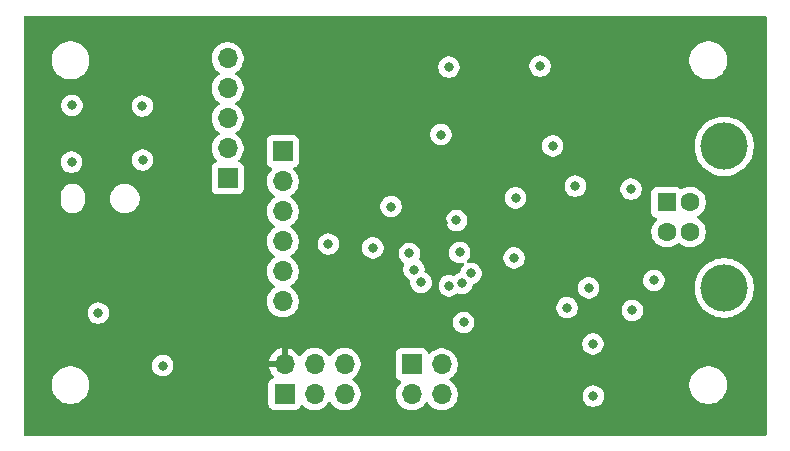
<source format=gbr>
%TF.GenerationSoftware,KiCad,Pcbnew,9.0.1*%
%TF.CreationDate,2025-04-03T15:37:55+00:00*%
%TF.ProjectId,t1,74312e6b-6963-4616-945f-706362585858,${git_hash}*%
%TF.SameCoordinates,Original*%
%TF.FileFunction,Copper,L3,Inr*%
%TF.FilePolarity,Positive*%
%FSLAX46Y46*%
G04 Gerber Fmt 4.6, Leading zero omitted, Abs format (unit mm)*
G04 Created by KiCad (PCBNEW 9.0.1) date 2025-04-03 15:37:55*
%MOMM*%
%LPD*%
G01*
G04 APERTURE LIST*
%TA.AperFunction,ComponentPad*%
%ADD10R,1.700000X1.700000*%
%TD*%
%TA.AperFunction,ComponentPad*%
%ADD11O,1.700000X1.700000*%
%TD*%
%TA.AperFunction,ComponentPad*%
%ADD12R,1.600000X1.600000*%
%TD*%
%TA.AperFunction,ComponentPad*%
%ADD13C,1.600000*%
%TD*%
%TA.AperFunction,ComponentPad*%
%ADD14C,4.000000*%
%TD*%
%TA.AperFunction,ViaPad*%
%ADD15C,0.800000*%
%TD*%
G04 APERTURE END LIST*
D10*
%TO.N,Net-(J3-Pin_1)*%
%TO.C,J3*%
X136300000Y-79500000D03*
D11*
%TO.N,Net-(J3-Pin_2)*%
X136300000Y-76960000D03*
%TO.N,Net-(J3-Pin_3)*%
X136300000Y-74420000D03*
%TO.N,Net-(J3-Pin_4)*%
X136300000Y-71880000D03*
%TO.N,Net-(J3-Pin_5)*%
X136300000Y-69340000D03*
%TD*%
D10*
%TO.N,Net-(J4-Pin_1)*%
%TO.C,J4*%
X151892000Y-95250000D03*
D11*
%TO.N,Net-(J4-Pin_2)*%
X154432000Y-95250000D03*
%TO.N,Net-(J4-Pin_3)*%
X151892000Y-97790000D03*
%TO.N,Net-(J4-Pin_4)*%
X154432000Y-97790000D03*
%TD*%
D10*
%TO.N,/MISO2*%
%TO.C,J5*%
X141122400Y-97764600D03*
D11*
%TO.N,+5V*%
X141122400Y-95224600D03*
%TO.N,/SCK2*%
X143662400Y-97764600D03*
%TO.N,/MOSI2*%
X143662400Y-95224600D03*
%TO.N,/RESET2*%
X146202400Y-97764600D03*
%TO.N,GND*%
X146202400Y-95224600D03*
%TD*%
D10*
%TO.N,Net-(J6-Pin_1)*%
%TO.C,J6*%
X140970000Y-77216000D03*
D11*
%TO.N,Net-(J6-Pin_2)*%
X140970000Y-79756000D03*
%TO.N,Net-(J6-Pin_3)*%
X140970000Y-82296000D03*
%TO.N,Net-(J6-Pin_4)*%
X140970000Y-84836000D03*
%TO.N,Net-(J6-Pin_5)*%
X140970000Y-87376000D03*
%TO.N,Net-(J6-Pin_6)*%
X140970000Y-89916000D03*
%TD*%
D12*
%TO.N,Net-(J2-VBUS)*%
%TO.C,J2*%
X173482000Y-81534000D03*
D13*
%TO.N,Net-(J2-D-)*%
X173482000Y-84034000D03*
%TO.N,Net-(J2-D+)*%
X175482000Y-84034000D03*
%TO.N,Earth*%
X175482000Y-81534000D03*
D14*
%TO.N,Net-(J2-Shield)*%
X178342000Y-76784000D03*
X178342000Y-88784000D03*
%TD*%
D15*
%TO.N,GND*%
X154355800Y-75793600D03*
X123113800Y-73329800D03*
X129108200Y-77952600D03*
X167259000Y-97942400D03*
X155676600Y-83058000D03*
X163830000Y-76758800D03*
X125349000Y-90906600D03*
X130810000Y-95351600D03*
X129082800Y-73380600D03*
X144830800Y-85064600D03*
X123088400Y-78130400D03*
%TO.N,+5V*%
X159842200Y-98602800D03*
X154533600Y-83286600D03*
X146024600Y-69240400D03*
X159181800Y-81965800D03*
X130835400Y-88900000D03*
X129108200Y-84302600D03*
X121564400Y-89331800D03*
X123139200Y-84404200D03*
%TO.N,Net-(U1-XTAL1)*%
X162763200Y-70002400D03*
%TO.N,Net-(U1-PC0{slash}XTAL2)*%
X155041600Y-70078600D03*
%TO.N,Earth*%
X160680400Y-81153000D03*
X166878000Y-88773000D03*
X160553400Y-86233000D03*
X167233600Y-93522800D03*
X165049200Y-90449400D03*
%TO.N,VBUS*%
X165735000Y-80162400D03*
%TO.N,Net-(J2-Shield)*%
X170459400Y-80416400D03*
X172389800Y-88138000D03*
X170561000Y-90678000D03*
%TO.N,Net-(J3-Pin_4)*%
X156895800Y-87553800D03*
%TO.N,Net-(J3-Pin_3)*%
X156159200Y-88392000D03*
%TO.N,Net-(J3-Pin_2)*%
X156286200Y-91694000D03*
%TO.N,Net-(J3-Pin_1)*%
X155067000Y-88595200D03*
%TO.N,Net-(J6-Pin_3)*%
X150139400Y-81889600D03*
%TO.N,Net-(J6-Pin_5)*%
X152069800Y-87223600D03*
%TO.N,Net-(J6-Pin_6)*%
X152679400Y-88315800D03*
%TO.N,Net-(J6-Pin_4)*%
X151689100Y-85852000D03*
%TO.N,Net-(J6-Pin_2)*%
X148595111Y-85389689D03*
%TO.N,Net-(U1-D-)*%
X155956000Y-85775802D03*
%TD*%
%TA.AperFunction,Conductor*%
%TO.N,+5V*%
G36*
X181916621Y-65745502D02*
G01*
X181963114Y-65799158D01*
X181974500Y-65851500D01*
X181974500Y-101148500D01*
X181954498Y-101216621D01*
X181900842Y-101263114D01*
X181848500Y-101274500D01*
X119151500Y-101274500D01*
X119083379Y-101254498D01*
X119036886Y-101200842D01*
X119025500Y-101148500D01*
X119025500Y-96874038D01*
X121399500Y-96874038D01*
X121399500Y-97125962D01*
X121437086Y-97363269D01*
X121438911Y-97374790D01*
X121516757Y-97614374D01*
X121516759Y-97614379D01*
X121631130Y-97838845D01*
X121631132Y-97838848D01*
X121654864Y-97871512D01*
X121779207Y-98042656D01*
X121779209Y-98042658D01*
X121779211Y-98042661D01*
X121957338Y-98220788D01*
X121957341Y-98220790D01*
X121957344Y-98220793D01*
X122161155Y-98368870D01*
X122385621Y-98483241D01*
X122625215Y-98561090D01*
X122874038Y-98600500D01*
X122874041Y-98600500D01*
X123125959Y-98600500D01*
X123125962Y-98600500D01*
X123374785Y-98561090D01*
X123614379Y-98483241D01*
X123838845Y-98368870D01*
X124042656Y-98220793D01*
X124220793Y-98042656D01*
X124368870Y-97838845D01*
X124483241Y-97614379D01*
X124561090Y-97374785D01*
X124600500Y-97125962D01*
X124600500Y-96874038D01*
X124599219Y-96865950D01*
X139763900Y-96865950D01*
X139763900Y-98663249D01*
X139770409Y-98723796D01*
X139770411Y-98723804D01*
X139821510Y-98860802D01*
X139821512Y-98860807D01*
X139909138Y-98977861D01*
X140026192Y-99065487D01*
X140026194Y-99065488D01*
X140026196Y-99065489D01*
X140085275Y-99087524D01*
X140163195Y-99116588D01*
X140163203Y-99116590D01*
X140223750Y-99123099D01*
X140223755Y-99123099D01*
X140223762Y-99123100D01*
X140223768Y-99123100D01*
X142021032Y-99123100D01*
X142021038Y-99123100D01*
X142021045Y-99123099D01*
X142021049Y-99123099D01*
X142081596Y-99116590D01*
X142081599Y-99116589D01*
X142081601Y-99116589D01*
X142218604Y-99065489D01*
X142274599Y-99023572D01*
X142335661Y-98977861D01*
X142423287Y-98860807D01*
X142423287Y-98860806D01*
X142423289Y-98860804D01*
X142467269Y-98742888D01*
X142509814Y-98686056D01*
X142576334Y-98661245D01*
X142645708Y-98676336D01*
X142674418Y-98697829D01*
X142777390Y-98800801D01*
X142777393Y-98800803D01*
X142777396Y-98800806D01*
X142950391Y-98926494D01*
X143140917Y-99023572D01*
X143344278Y-99089647D01*
X143344279Y-99089647D01*
X143344284Y-99089649D01*
X143555484Y-99123100D01*
X143555487Y-99123100D01*
X143769313Y-99123100D01*
X143769316Y-99123100D01*
X143980516Y-99089649D01*
X144183883Y-99023572D01*
X144374409Y-98926494D01*
X144547404Y-98800806D01*
X144698606Y-98649604D01*
X144824294Y-98476609D01*
X144824299Y-98476597D01*
X144824961Y-98475520D01*
X144825324Y-98475191D01*
X144827204Y-98472604D01*
X144827747Y-98472998D01*
X144877604Y-98427883D01*
X144947644Y-98416270D01*
X145012845Y-98444366D01*
X145037421Y-98472730D01*
X145037596Y-98472604D01*
X145039068Y-98474630D01*
X145039839Y-98475520D01*
X145040505Y-98476607D01*
X145040506Y-98476609D01*
X145166194Y-98649604D01*
X145166196Y-98649606D01*
X145166198Y-98649609D01*
X145317390Y-98800801D01*
X145317393Y-98800803D01*
X145317396Y-98800806D01*
X145490391Y-98926494D01*
X145680917Y-99023572D01*
X145884278Y-99089647D01*
X145884279Y-99089647D01*
X145884284Y-99089649D01*
X146095484Y-99123100D01*
X146095487Y-99123100D01*
X146309313Y-99123100D01*
X146309316Y-99123100D01*
X146520516Y-99089649D01*
X146723883Y-99023572D01*
X146914409Y-98926494D01*
X147087404Y-98800806D01*
X147238606Y-98649604D01*
X147364294Y-98476609D01*
X147461372Y-98286083D01*
X147527449Y-98082716D01*
X147560900Y-97871516D01*
X147560900Y-97657684D01*
X147527449Y-97446484D01*
X147461372Y-97243117D01*
X147364294Y-97052591D01*
X147238606Y-96879596D01*
X147238603Y-96879593D01*
X147238601Y-96879590D01*
X147087409Y-96728398D01*
X147087406Y-96728396D01*
X147087404Y-96728394D01*
X146914409Y-96602706D01*
X146914407Y-96602705D01*
X146913320Y-96602039D01*
X146912991Y-96601675D01*
X146910404Y-96599796D01*
X146910798Y-96599252D01*
X146865683Y-96549396D01*
X146854070Y-96479356D01*
X146882166Y-96414155D01*
X146910530Y-96389578D01*
X146910404Y-96389404D01*
X146912430Y-96387931D01*
X146913320Y-96387161D01*
X146914397Y-96386499D01*
X146914409Y-96386494D01*
X147087404Y-96260806D01*
X147238606Y-96109604D01*
X147364294Y-95936609D01*
X147461372Y-95746083D01*
X147527449Y-95542716D01*
X147560900Y-95331516D01*
X147560900Y-95117684D01*
X147527449Y-94906484D01*
X147461372Y-94703117D01*
X147364294Y-94512591D01*
X147247146Y-94351350D01*
X150533500Y-94351350D01*
X150533500Y-96148649D01*
X150540009Y-96209196D01*
X150540011Y-96209204D01*
X150591110Y-96346202D01*
X150591112Y-96346207D01*
X150678738Y-96463261D01*
X150795791Y-96550886D01*
X150795792Y-96550886D01*
X150795796Y-96550889D01*
X150913711Y-96594869D01*
X150970543Y-96637414D01*
X150995354Y-96703934D01*
X150980263Y-96773308D01*
X150958771Y-96802018D01*
X150855794Y-96904995D01*
X150730108Y-97077987D01*
X150633029Y-97268515D01*
X150633026Y-97268521D01*
X150566952Y-97471878D01*
X150566951Y-97471883D01*
X150566951Y-97471884D01*
X150533500Y-97683084D01*
X150533500Y-97896916D01*
X150556584Y-98042661D01*
X150566952Y-98108121D01*
X150624775Y-98286083D01*
X150633028Y-98311483D01*
X150730106Y-98502009D01*
X150855794Y-98675004D01*
X150855796Y-98675006D01*
X150855798Y-98675009D01*
X151006990Y-98826201D01*
X151006993Y-98826203D01*
X151006996Y-98826206D01*
X151179991Y-98951894D01*
X151370517Y-99048972D01*
X151573878Y-99115047D01*
X151573879Y-99115047D01*
X151573884Y-99115049D01*
X151785084Y-99148500D01*
X151785087Y-99148500D01*
X151998913Y-99148500D01*
X151998916Y-99148500D01*
X152210116Y-99115049D01*
X152413483Y-99048972D01*
X152604009Y-98951894D01*
X152777004Y-98826206D01*
X152928206Y-98675004D01*
X153053894Y-98502009D01*
X153053899Y-98501997D01*
X153054561Y-98500920D01*
X153054924Y-98500591D01*
X153056804Y-98498004D01*
X153057347Y-98498398D01*
X153107204Y-98453283D01*
X153177244Y-98441670D01*
X153242445Y-98469766D01*
X153267021Y-98498130D01*
X153267196Y-98498004D01*
X153268668Y-98500030D01*
X153269439Y-98500920D01*
X153270105Y-98502007D01*
X153270106Y-98502009D01*
X153395794Y-98675004D01*
X153395796Y-98675006D01*
X153395798Y-98675009D01*
X153546990Y-98826201D01*
X153546993Y-98826203D01*
X153546996Y-98826206D01*
X153719991Y-98951894D01*
X153910517Y-99048972D01*
X154113878Y-99115047D01*
X154113879Y-99115047D01*
X154113884Y-99115049D01*
X154325084Y-99148500D01*
X154325087Y-99148500D01*
X154538913Y-99148500D01*
X154538916Y-99148500D01*
X154750116Y-99115049D01*
X154953483Y-99048972D01*
X155144009Y-98951894D01*
X155317004Y-98826206D01*
X155468206Y-98675004D01*
X155593894Y-98502009D01*
X155690972Y-98311483D01*
X155757049Y-98108116D01*
X155790500Y-97896916D01*
X155790500Y-97852918D01*
X166350500Y-97852918D01*
X166350500Y-98031881D01*
X166385414Y-98207403D01*
X166403945Y-98252141D01*
X166453898Y-98372736D01*
X166553322Y-98521535D01*
X166679865Y-98648078D01*
X166828664Y-98747502D01*
X166994000Y-98815987D01*
X167169521Y-98850900D01*
X167169522Y-98850900D01*
X167348478Y-98850900D01*
X167348479Y-98850900D01*
X167524000Y-98815987D01*
X167689336Y-98747502D01*
X167838135Y-98648078D01*
X167964678Y-98521535D01*
X168064102Y-98372736D01*
X168132587Y-98207400D01*
X168167500Y-98031879D01*
X168167500Y-97852921D01*
X168132587Y-97677400D01*
X168064102Y-97512064D01*
X167964678Y-97363265D01*
X167838135Y-97236722D01*
X167689336Y-97137298D01*
X167572429Y-97088873D01*
X167524003Y-97068814D01*
X167524001Y-97068813D01*
X167524000Y-97068813D01*
X167435645Y-97051238D01*
X167348481Y-97033900D01*
X167348479Y-97033900D01*
X167169521Y-97033900D01*
X167169518Y-97033900D01*
X167038771Y-97059907D01*
X166994000Y-97068813D01*
X166993999Y-97068813D01*
X166993996Y-97068814D01*
X166828662Y-97137299D01*
X166679869Y-97236719D01*
X166679862Y-97236724D01*
X166553324Y-97363262D01*
X166553319Y-97363269D01*
X166453899Y-97512062D01*
X166385414Y-97677396D01*
X166385413Y-97677399D01*
X166385413Y-97677400D01*
X166384282Y-97683087D01*
X166350500Y-97852918D01*
X155790500Y-97852918D01*
X155790500Y-97683084D01*
X155757049Y-97471884D01*
X155690972Y-97268517D01*
X155593894Y-97077991D01*
X155468206Y-96904996D01*
X155468205Y-96904995D01*
X155468204Y-96904993D01*
X155437249Y-96874038D01*
X175399500Y-96874038D01*
X175399500Y-97125962D01*
X175437086Y-97363269D01*
X175438911Y-97374790D01*
X175516757Y-97614374D01*
X175516759Y-97614379D01*
X175631130Y-97838845D01*
X175631132Y-97838848D01*
X175654864Y-97871512D01*
X175779207Y-98042656D01*
X175779209Y-98042658D01*
X175779211Y-98042661D01*
X175957338Y-98220788D01*
X175957341Y-98220790D01*
X175957344Y-98220793D01*
X176161155Y-98368870D01*
X176385621Y-98483241D01*
X176625215Y-98561090D01*
X176874038Y-98600500D01*
X176874041Y-98600500D01*
X177125959Y-98600500D01*
X177125962Y-98600500D01*
X177374785Y-98561090D01*
X177614379Y-98483241D01*
X177838845Y-98368870D01*
X178042656Y-98220793D01*
X178220793Y-98042656D01*
X178368870Y-97838845D01*
X178483241Y-97614379D01*
X178561090Y-97374785D01*
X178600500Y-97125962D01*
X178600500Y-96874038D01*
X178561090Y-96625215D01*
X178483241Y-96385621D01*
X178368870Y-96161155D01*
X178220793Y-95957344D01*
X178220790Y-95957341D01*
X178220788Y-95957338D01*
X178042661Y-95779211D01*
X178042658Y-95779209D01*
X178042656Y-95779207D01*
X177838845Y-95631130D01*
X177614379Y-95516759D01*
X177614376Y-95516758D01*
X177614374Y-95516757D01*
X177374790Y-95438911D01*
X177374786Y-95438910D01*
X177374785Y-95438910D01*
X177125962Y-95399500D01*
X176874038Y-95399500D01*
X176625215Y-95438910D01*
X176625209Y-95438911D01*
X176385625Y-95516757D01*
X176385619Y-95516760D01*
X176161151Y-95631132D01*
X175957341Y-95779209D01*
X175957338Y-95779211D01*
X175779211Y-95957338D01*
X175779209Y-95957341D01*
X175631132Y-96161151D01*
X175516760Y-96385619D01*
X175516757Y-96385625D01*
X175438911Y-96625209D01*
X175438910Y-96625214D01*
X175438910Y-96625215D01*
X175399500Y-96874038D01*
X155437249Y-96874038D01*
X155317009Y-96753798D01*
X155317006Y-96753796D01*
X155317004Y-96753794D01*
X155186781Y-96659182D01*
X155144012Y-96628108D01*
X155142920Y-96627439D01*
X155142591Y-96627075D01*
X155140004Y-96625196D01*
X155140398Y-96624652D01*
X155095283Y-96574796D01*
X155083670Y-96504756D01*
X155111766Y-96439555D01*
X155140130Y-96414978D01*
X155140004Y-96414804D01*
X155142030Y-96413331D01*
X155142920Y-96412561D01*
X155143997Y-96411899D01*
X155144009Y-96411894D01*
X155317004Y-96286206D01*
X155468206Y-96135004D01*
X155593894Y-95962009D01*
X155690972Y-95771483D01*
X155757049Y-95568116D01*
X155790500Y-95356916D01*
X155790500Y-95143084D01*
X155757049Y-94931884D01*
X155690972Y-94728517D01*
X155593894Y-94537991D01*
X155468206Y-94364996D01*
X155468203Y-94364993D01*
X155468201Y-94364990D01*
X155317009Y-94213798D01*
X155317006Y-94213796D01*
X155317004Y-94213794D01*
X155144009Y-94088106D01*
X154953483Y-93991028D01*
X154953480Y-93991027D01*
X154953478Y-93991026D01*
X154750120Y-93924952D01*
X154750123Y-93924952D01*
X154710801Y-93918724D01*
X154538916Y-93891500D01*
X154325084Y-93891500D01*
X154113884Y-93924951D01*
X154113878Y-93924952D01*
X153910521Y-93991026D01*
X153910515Y-93991029D01*
X153719987Y-94088108D01*
X153546995Y-94213794D01*
X153444018Y-94316771D01*
X153381706Y-94350796D01*
X153310890Y-94345730D01*
X153254054Y-94303184D01*
X153236871Y-94271715D01*
X153192889Y-94153796D01*
X153192886Y-94153792D01*
X153192886Y-94153791D01*
X153105261Y-94036738D01*
X152988207Y-93949112D01*
X152988202Y-93949110D01*
X152851204Y-93898011D01*
X152851196Y-93898009D01*
X152790649Y-93891500D01*
X152790638Y-93891500D01*
X150993362Y-93891500D01*
X150993350Y-93891500D01*
X150932803Y-93898009D01*
X150932795Y-93898011D01*
X150795797Y-93949110D01*
X150795792Y-93949112D01*
X150678738Y-94036738D01*
X150591112Y-94153792D01*
X150591110Y-94153797D01*
X150540011Y-94290795D01*
X150540009Y-94290803D01*
X150533500Y-94351350D01*
X147247146Y-94351350D01*
X147238606Y-94339596D01*
X147238603Y-94339593D01*
X147238601Y-94339590D01*
X147087409Y-94188398D01*
X147087406Y-94188396D01*
X147087404Y-94188394D01*
X146914409Y-94062706D01*
X146723883Y-93965628D01*
X146723880Y-93965627D01*
X146723878Y-93965626D01*
X146520520Y-93899552D01*
X146520523Y-93899552D01*
X146459595Y-93889902D01*
X146309316Y-93866100D01*
X146095484Y-93866100D01*
X145884284Y-93899551D01*
X145884278Y-93899552D01*
X145680921Y-93965626D01*
X145680915Y-93965629D01*
X145490387Y-94062708D01*
X145317393Y-94188396D01*
X145317390Y-94188398D01*
X145166198Y-94339590D01*
X145166196Y-94339593D01*
X145040508Y-94512587D01*
X145039834Y-94513688D01*
X145039468Y-94514018D01*
X145037596Y-94516596D01*
X145037054Y-94516202D01*
X144987187Y-94561321D01*
X144917145Y-94572928D01*
X144851947Y-94544826D01*
X144827376Y-94516470D01*
X144827204Y-94516596D01*
X144825741Y-94514582D01*
X144824966Y-94513688D01*
X144824296Y-94512596D01*
X144824294Y-94512591D01*
X144698606Y-94339596D01*
X144698603Y-94339593D01*
X144698601Y-94339590D01*
X144547409Y-94188398D01*
X144547406Y-94188396D01*
X144547404Y-94188394D01*
X144374409Y-94062706D01*
X144183883Y-93965628D01*
X144183880Y-93965627D01*
X144183878Y-93965626D01*
X143980520Y-93899552D01*
X143980523Y-93899552D01*
X143919595Y-93889902D01*
X143769316Y-93866100D01*
X143555484Y-93866100D01*
X143344284Y-93899551D01*
X143344278Y-93899552D01*
X143140921Y-93965626D01*
X143140915Y-93965629D01*
X142950387Y-94062708D01*
X142777393Y-94188396D01*
X142777390Y-94188398D01*
X142626198Y-94339590D01*
X142626196Y-94339593D01*
X142500500Y-94512598D01*
X142499531Y-94514180D01*
X142499006Y-94514654D01*
X142497596Y-94516596D01*
X142497187Y-94516299D01*
X142446879Y-94561806D01*
X142376837Y-94573407D01*
X142311642Y-94545297D01*
X142286915Y-94516756D01*
X142286776Y-94516858D01*
X142285594Y-94515231D01*
X142284666Y-94514160D01*
X142283860Y-94512844D01*
X142158222Y-94339920D01*
X142007079Y-94188777D01*
X141834150Y-94063136D01*
X141643692Y-93966093D01*
X141643686Y-93966090D01*
X141440404Y-93900040D01*
X141376400Y-93889902D01*
X141376400Y-94793897D01*
X141315393Y-94758675D01*
X141188226Y-94724600D01*
X141056574Y-94724600D01*
X140929407Y-94758675D01*
X140868400Y-94793897D01*
X140868400Y-93889902D01*
X140804395Y-93900040D01*
X140601113Y-93966090D01*
X140601107Y-93966093D01*
X140410649Y-94063136D01*
X140237720Y-94188777D01*
X140086577Y-94339920D01*
X139960936Y-94512849D01*
X139863893Y-94703307D01*
X139863890Y-94703313D01*
X139797840Y-94906595D01*
X139787702Y-94970600D01*
X140691697Y-94970600D01*
X140656475Y-95031607D01*
X140622400Y-95158774D01*
X140622400Y-95290426D01*
X140656475Y-95417593D01*
X140691697Y-95478600D01*
X139787702Y-95478600D01*
X139797840Y-95542604D01*
X139863890Y-95745886D01*
X139863893Y-95745892D01*
X139960936Y-95936350D01*
X140086577Y-96109279D01*
X140189686Y-96212388D01*
X140223712Y-96274700D01*
X140218647Y-96345515D01*
X140176100Y-96402351D01*
X140144625Y-96419538D01*
X140026195Y-96463711D01*
X140026192Y-96463712D01*
X139909138Y-96551338D01*
X139821512Y-96668392D01*
X139821510Y-96668397D01*
X139770411Y-96805395D01*
X139770409Y-96805403D01*
X139763900Y-96865950D01*
X124599219Y-96865950D01*
X124561090Y-96625215D01*
X124483241Y-96385621D01*
X124368870Y-96161155D01*
X124220793Y-95957344D01*
X124220790Y-95957341D01*
X124220788Y-95957338D01*
X124042661Y-95779211D01*
X124042658Y-95779209D01*
X124042656Y-95779207D01*
X123838845Y-95631130D01*
X123614379Y-95516759D01*
X123614376Y-95516758D01*
X123614374Y-95516757D01*
X123374790Y-95438911D01*
X123374786Y-95438910D01*
X123374785Y-95438910D01*
X123125962Y-95399500D01*
X122874038Y-95399500D01*
X122625215Y-95438910D01*
X122625209Y-95438911D01*
X122385625Y-95516757D01*
X122385619Y-95516760D01*
X122161151Y-95631132D01*
X121957341Y-95779209D01*
X121957338Y-95779211D01*
X121779211Y-95957338D01*
X121779209Y-95957341D01*
X121631132Y-96161151D01*
X121516760Y-96385619D01*
X121516757Y-96385625D01*
X121438911Y-96625209D01*
X121438910Y-96625214D01*
X121438910Y-96625215D01*
X121399500Y-96874038D01*
X119025500Y-96874038D01*
X119025500Y-95262118D01*
X129901500Y-95262118D01*
X129901500Y-95441081D01*
X129936414Y-95616603D01*
X129942432Y-95631132D01*
X130004898Y-95781936D01*
X130104322Y-95930735D01*
X130230865Y-96057278D01*
X130379664Y-96156702D01*
X130545000Y-96225187D01*
X130720521Y-96260100D01*
X130720522Y-96260100D01*
X130899478Y-96260100D01*
X130899479Y-96260100D01*
X131075000Y-96225187D01*
X131240336Y-96156702D01*
X131389135Y-96057278D01*
X131515678Y-95930735D01*
X131615102Y-95781936D01*
X131683587Y-95616600D01*
X131718500Y-95441079D01*
X131718500Y-95262121D01*
X131683587Y-95086600D01*
X131615102Y-94921264D01*
X131515678Y-94772465D01*
X131389135Y-94645922D01*
X131240336Y-94546498D01*
X131123429Y-94498073D01*
X131075003Y-94478014D01*
X131075001Y-94478013D01*
X131075000Y-94478013D01*
X130986645Y-94460438D01*
X130899481Y-94443100D01*
X130899479Y-94443100D01*
X130720521Y-94443100D01*
X130720518Y-94443100D01*
X130589771Y-94469107D01*
X130545000Y-94478013D01*
X130544999Y-94478013D01*
X130544996Y-94478014D01*
X130413902Y-94532316D01*
X130382564Y-94545297D01*
X130379662Y-94546499D01*
X130230869Y-94645919D01*
X130230862Y-94645924D01*
X130104324Y-94772462D01*
X130104319Y-94772469D01*
X130014774Y-94906484D01*
X130004898Y-94921264D01*
X130000499Y-94931884D01*
X129936414Y-95086596D01*
X129936413Y-95086599D01*
X129936413Y-95086600D01*
X129927507Y-95131371D01*
X129901500Y-95262118D01*
X119025500Y-95262118D01*
X119025500Y-93433318D01*
X166325100Y-93433318D01*
X166325100Y-93433321D01*
X166325100Y-93612279D01*
X166360013Y-93787800D01*
X166428498Y-93953136D01*
X166527922Y-94101935D01*
X166654465Y-94228478D01*
X166803264Y-94327902D01*
X166968600Y-94396387D01*
X167144121Y-94431300D01*
X167144122Y-94431300D01*
X167323078Y-94431300D01*
X167323079Y-94431300D01*
X167498600Y-94396387D01*
X167663936Y-94327902D01*
X167812735Y-94228478D01*
X167939278Y-94101935D01*
X168038702Y-93953136D01*
X168107187Y-93787800D01*
X168142100Y-93612279D01*
X168142100Y-93433321D01*
X168107187Y-93257800D01*
X168038702Y-93092464D01*
X167939278Y-92943665D01*
X167812735Y-92817122D01*
X167663936Y-92717698D01*
X167547029Y-92669273D01*
X167498603Y-92649214D01*
X167498601Y-92649213D01*
X167498600Y-92649213D01*
X167410245Y-92631638D01*
X167323081Y-92614300D01*
X167323079Y-92614300D01*
X167144121Y-92614300D01*
X167144118Y-92614300D01*
X167013371Y-92640307D01*
X166968600Y-92649213D01*
X166968599Y-92649213D01*
X166968596Y-92649214D01*
X166803262Y-92717699D01*
X166654469Y-92817119D01*
X166654462Y-92817124D01*
X166527924Y-92943662D01*
X166527919Y-92943669D01*
X166428499Y-93092462D01*
X166360014Y-93257796D01*
X166325100Y-93433318D01*
X119025500Y-93433318D01*
X119025500Y-90817118D01*
X124440500Y-90817118D01*
X124440500Y-90817121D01*
X124440500Y-90996079D01*
X124475413Y-91171600D01*
X124543898Y-91336936D01*
X124643322Y-91485735D01*
X124769865Y-91612278D01*
X124918664Y-91711702D01*
X125084000Y-91780187D01*
X125259521Y-91815100D01*
X125259522Y-91815100D01*
X125438478Y-91815100D01*
X125438479Y-91815100D01*
X125614000Y-91780187D01*
X125779336Y-91711702D01*
X125928135Y-91612278D01*
X125935895Y-91604518D01*
X155377700Y-91604518D01*
X155377700Y-91783481D01*
X155383990Y-91815100D01*
X155412613Y-91959000D01*
X155481098Y-92124336D01*
X155580522Y-92273135D01*
X155707065Y-92399678D01*
X155855864Y-92499102D01*
X156021200Y-92567587D01*
X156196721Y-92602500D01*
X156196722Y-92602500D01*
X156375678Y-92602500D01*
X156375679Y-92602500D01*
X156551200Y-92567587D01*
X156716536Y-92499102D01*
X156865335Y-92399678D01*
X156991878Y-92273135D01*
X157091302Y-92124336D01*
X157159787Y-91959000D01*
X157194700Y-91783479D01*
X157194700Y-91604521D01*
X157159787Y-91429000D01*
X157091302Y-91263664D01*
X156991878Y-91114865D01*
X156865335Y-90988322D01*
X156716536Y-90888898D01*
X156599629Y-90840473D01*
X156551203Y-90820414D01*
X156551201Y-90820413D01*
X156551200Y-90820413D01*
X156453624Y-90801004D01*
X156375681Y-90785500D01*
X156375679Y-90785500D01*
X156196721Y-90785500D01*
X156196718Y-90785500D01*
X156065971Y-90811507D01*
X156021200Y-90820413D01*
X156021199Y-90820413D01*
X156021196Y-90820414D01*
X155890102Y-90874716D01*
X155877981Y-90879737D01*
X155855862Y-90888899D01*
X155707069Y-90988319D01*
X155707062Y-90988324D01*
X155580524Y-91114862D01*
X155580519Y-91114869D01*
X155481099Y-91263662D01*
X155412614Y-91428996D01*
X155377700Y-91604518D01*
X125935895Y-91604518D01*
X126054678Y-91485735D01*
X126154102Y-91336936D01*
X126222587Y-91171600D01*
X126257500Y-90996079D01*
X126257500Y-90817121D01*
X126222587Y-90641600D01*
X126154102Y-90476264D01*
X126054678Y-90327465D01*
X125928135Y-90200922D01*
X125779336Y-90101498D01*
X125662429Y-90053073D01*
X125614003Y-90033014D01*
X125614001Y-90033013D01*
X125614000Y-90033013D01*
X125525645Y-90015438D01*
X125438481Y-89998100D01*
X125438479Y-89998100D01*
X125259521Y-89998100D01*
X125259518Y-89998100D01*
X125134761Y-90022916D01*
X125084000Y-90033013D01*
X125083999Y-90033013D01*
X125083996Y-90033014D01*
X124918662Y-90101499D01*
X124769869Y-90200919D01*
X124769862Y-90200924D01*
X124643324Y-90327462D01*
X124643319Y-90327469D01*
X124543899Y-90476262D01*
X124475414Y-90641596D01*
X124440500Y-90817118D01*
X119025500Y-90817118D01*
X119025500Y-80851455D01*
X122199500Y-80851455D01*
X122199500Y-81548544D01*
X122237949Y-81741835D01*
X122237950Y-81741838D01*
X122286347Y-81858680D01*
X122313368Y-81923914D01*
X122422861Y-82087782D01*
X122562218Y-82227139D01*
X122726086Y-82336632D01*
X122908165Y-82412051D01*
X123101459Y-82450500D01*
X123298541Y-82450500D01*
X123491835Y-82412051D01*
X123673914Y-82336632D01*
X123837782Y-82227139D01*
X123977139Y-82087782D01*
X124086632Y-81923914D01*
X124162051Y-81741835D01*
X124200500Y-81548541D01*
X124200500Y-81101583D01*
X126349500Y-81101583D01*
X126349500Y-81298417D01*
X126380291Y-81492826D01*
X126441116Y-81680025D01*
X126522835Y-81840408D01*
X126530478Y-81855408D01*
X126646173Y-82014648D01*
X126785351Y-82153826D01*
X126876160Y-82219803D01*
X126944595Y-82269524D01*
X127119975Y-82358884D01*
X127307174Y-82419709D01*
X127501583Y-82450500D01*
X127501586Y-82450500D01*
X127698414Y-82450500D01*
X127698417Y-82450500D01*
X127892826Y-82419709D01*
X128080025Y-82358884D01*
X128255405Y-82269524D01*
X128414646Y-82153828D01*
X128553828Y-82014646D01*
X128669524Y-81855405D01*
X128758884Y-81680025D01*
X128819709Y-81492826D01*
X128850500Y-81298417D01*
X128850500Y-81101583D01*
X128819709Y-80907174D01*
X128758884Y-80719975D01*
X128669524Y-80544595D01*
X128613881Y-80468009D01*
X128553826Y-80385351D01*
X128414648Y-80246173D01*
X128255408Y-80130478D01*
X128255407Y-80130477D01*
X128255405Y-80130476D01*
X128080025Y-80041116D01*
X127892826Y-79980291D01*
X127698417Y-79949500D01*
X127501583Y-79949500D01*
X127307174Y-79980291D01*
X127307171Y-79980291D01*
X127307170Y-79980292D01*
X127217354Y-80009475D01*
X127119975Y-80041116D01*
X127119973Y-80041116D01*
X127119973Y-80041117D01*
X126944591Y-80130478D01*
X126785351Y-80246173D01*
X126646173Y-80385351D01*
X126530478Y-80544591D01*
X126530476Y-80544595D01*
X126441116Y-80719975D01*
X126434111Y-80741535D01*
X126396107Y-80858499D01*
X126380291Y-80907174D01*
X126349500Y-81101583D01*
X124200500Y-81101583D01*
X124200500Y-80851459D01*
X124162051Y-80658165D01*
X124086632Y-80476086D01*
X123977139Y-80312218D01*
X123837782Y-80172861D01*
X123673914Y-80063368D01*
X123620195Y-80041117D01*
X123491838Y-79987950D01*
X123491835Y-79987949D01*
X123298544Y-79949500D01*
X123298541Y-79949500D01*
X123101459Y-79949500D01*
X123101455Y-79949500D01*
X122908164Y-79987949D01*
X122908161Y-79987950D01*
X122726085Y-80063368D01*
X122562222Y-80172858D01*
X122562215Y-80172863D01*
X122422863Y-80312215D01*
X122422858Y-80312222D01*
X122313368Y-80476085D01*
X122237950Y-80658161D01*
X122237949Y-80658164D01*
X122199500Y-80851455D01*
X119025500Y-80851455D01*
X119025500Y-78040918D01*
X122179900Y-78040918D01*
X122179900Y-78219881D01*
X122193199Y-78286738D01*
X122214813Y-78395400D01*
X122283298Y-78560736D01*
X122382722Y-78709535D01*
X122509265Y-78836078D01*
X122658064Y-78935502D01*
X122823400Y-79003987D01*
X122998921Y-79038900D01*
X122998922Y-79038900D01*
X123177878Y-79038900D01*
X123177879Y-79038900D01*
X123353400Y-79003987D01*
X123518736Y-78935502D01*
X123667535Y-78836078D01*
X123794078Y-78709535D01*
X123893502Y-78560736D01*
X123961987Y-78395400D01*
X123996900Y-78219879D01*
X123996900Y-78040921D01*
X123965192Y-77881512D01*
X123965192Y-77881510D01*
X123961987Y-77865400D01*
X123961042Y-77863118D01*
X128199700Y-77863118D01*
X128199700Y-78042081D01*
X128214133Y-78114638D01*
X128234613Y-78217600D01*
X128303098Y-78382936D01*
X128402522Y-78531735D01*
X128529065Y-78658278D01*
X128677864Y-78757702D01*
X128843200Y-78826187D01*
X129018721Y-78861100D01*
X129018722Y-78861100D01*
X129197678Y-78861100D01*
X129197679Y-78861100D01*
X129373200Y-78826187D01*
X129538536Y-78757702D01*
X129687335Y-78658278D01*
X129813878Y-78531735D01*
X129913302Y-78382936D01*
X129981787Y-78217600D01*
X130016700Y-78042079D01*
X130016700Y-77863121D01*
X129981787Y-77687600D01*
X129913302Y-77522264D01*
X129813878Y-77373465D01*
X129687335Y-77246922D01*
X129538536Y-77147498D01*
X129421629Y-77099073D01*
X129373203Y-77079014D01*
X129373201Y-77079013D01*
X129373200Y-77079013D01*
X129284845Y-77061438D01*
X129197681Y-77044100D01*
X129197679Y-77044100D01*
X129018721Y-77044100D01*
X129018718Y-77044100D01*
X128904036Y-77066912D01*
X128843200Y-77079013D01*
X128843199Y-77079013D01*
X128843196Y-77079014D01*
X128677862Y-77147499D01*
X128529069Y-77246919D01*
X128529062Y-77246924D01*
X128402524Y-77373462D01*
X128402519Y-77373469D01*
X128303099Y-77522262D01*
X128234614Y-77687596D01*
X128199700Y-77863118D01*
X123961042Y-77863118D01*
X123953539Y-77845006D01*
X123893502Y-77700064D01*
X123794078Y-77551265D01*
X123667535Y-77424722D01*
X123518736Y-77325298D01*
X123401829Y-77276873D01*
X123353403Y-77256814D01*
X123353401Y-77256813D01*
X123353400Y-77256813D01*
X123265045Y-77239238D01*
X123177881Y-77221900D01*
X123177879Y-77221900D01*
X122998921Y-77221900D01*
X122998918Y-77221900D01*
X122873141Y-77246919D01*
X122823400Y-77256813D01*
X122823399Y-77256813D01*
X122823396Y-77256814D01*
X122658062Y-77325299D01*
X122509269Y-77424719D01*
X122509262Y-77424724D01*
X122382724Y-77551262D01*
X122382719Y-77551269D01*
X122283299Y-77700062D01*
X122214814Y-77865396D01*
X122179900Y-78040918D01*
X119025500Y-78040918D01*
X119025500Y-73240318D01*
X122205300Y-73240318D01*
X122205300Y-73419281D01*
X122215405Y-73470081D01*
X122240213Y-73594800D01*
X122308698Y-73760136D01*
X122408122Y-73908935D01*
X122534665Y-74035478D01*
X122683464Y-74134902D01*
X122848800Y-74203387D01*
X123024321Y-74238300D01*
X123024322Y-74238300D01*
X123203278Y-74238300D01*
X123203279Y-74238300D01*
X123378800Y-74203387D01*
X123544136Y-74134902D01*
X123692935Y-74035478D01*
X123819478Y-73908935D01*
X123918902Y-73760136D01*
X123987387Y-73594800D01*
X124022300Y-73419279D01*
X124022300Y-73291118D01*
X128174300Y-73291118D01*
X128174300Y-73291121D01*
X128174300Y-73470079D01*
X128209213Y-73645600D01*
X128277698Y-73810936D01*
X128377122Y-73959735D01*
X128503665Y-74086278D01*
X128652464Y-74185702D01*
X128817800Y-74254187D01*
X128993321Y-74289100D01*
X128993322Y-74289100D01*
X129172278Y-74289100D01*
X129172279Y-74289100D01*
X129347800Y-74254187D01*
X129513136Y-74185702D01*
X129661935Y-74086278D01*
X129788478Y-73959735D01*
X129887902Y-73810936D01*
X129956387Y-73645600D01*
X129991300Y-73470079D01*
X129991300Y-73291121D01*
X129956387Y-73115600D01*
X129887902Y-72950264D01*
X129788478Y-72801465D01*
X129661935Y-72674922D01*
X129513136Y-72575498D01*
X129390495Y-72524698D01*
X129347803Y-72507014D01*
X129347801Y-72507013D01*
X129347800Y-72507013D01*
X129259445Y-72489438D01*
X129172281Y-72472100D01*
X129172279Y-72472100D01*
X128993321Y-72472100D01*
X128993318Y-72472100D01*
X128862571Y-72498107D01*
X128817800Y-72507013D01*
X128817799Y-72507013D01*
X128817796Y-72507014D01*
X128652462Y-72575499D01*
X128503669Y-72674919D01*
X128503662Y-72674924D01*
X128377124Y-72801462D01*
X128377119Y-72801469D01*
X128277699Y-72950262D01*
X128209214Y-73115596D01*
X128209213Y-73115599D01*
X128209213Y-73115600D01*
X128200307Y-73160371D01*
X128174300Y-73291118D01*
X124022300Y-73291118D01*
X124022300Y-73240321D01*
X123987387Y-73064800D01*
X123918902Y-72899464D01*
X123819478Y-72750665D01*
X123692935Y-72624122D01*
X123544136Y-72524698D01*
X123417154Y-72472100D01*
X123378803Y-72456214D01*
X123378801Y-72456213D01*
X123378800Y-72456213D01*
X123290445Y-72438638D01*
X123203281Y-72421300D01*
X123203279Y-72421300D01*
X123024321Y-72421300D01*
X123024318Y-72421300D01*
X122893571Y-72447307D01*
X122848800Y-72456213D01*
X122848799Y-72456213D01*
X122848796Y-72456214D01*
X122683462Y-72524699D01*
X122534669Y-72624119D01*
X122534662Y-72624124D01*
X122408124Y-72750662D01*
X122408119Y-72750669D01*
X122374179Y-72801465D01*
X122308698Y-72899464D01*
X122301763Y-72916206D01*
X122240214Y-73064796D01*
X122205300Y-73240318D01*
X119025500Y-73240318D01*
X119025500Y-69374038D01*
X121399500Y-69374038D01*
X121399500Y-69625962D01*
X121438910Y-69874785D01*
X121438911Y-69874790D01*
X121509448Y-70091879D01*
X121516759Y-70114379D01*
X121631130Y-70338845D01*
X121779207Y-70542656D01*
X121779209Y-70542658D01*
X121779211Y-70542661D01*
X121957338Y-70720788D01*
X121957341Y-70720790D01*
X121957344Y-70720793D01*
X122161155Y-70868870D01*
X122385621Y-70983241D01*
X122625215Y-71061090D01*
X122874038Y-71100500D01*
X122874041Y-71100500D01*
X123125959Y-71100500D01*
X123125962Y-71100500D01*
X123374785Y-71061090D01*
X123614379Y-70983241D01*
X123838845Y-70868870D01*
X124042656Y-70720793D01*
X124220793Y-70542656D01*
X124368870Y-70338845D01*
X124483241Y-70114379D01*
X124561090Y-69874785D01*
X124600500Y-69625962D01*
X124600500Y-69374038D01*
X124578175Y-69233084D01*
X134941500Y-69233084D01*
X134941500Y-69446916D01*
X134973390Y-69648262D01*
X134974952Y-69658121D01*
X135025469Y-69813597D01*
X135041028Y-69861483D01*
X135138106Y-70052009D01*
X135263794Y-70225004D01*
X135263796Y-70225006D01*
X135263798Y-70225009D01*
X135414990Y-70376201D01*
X135414993Y-70376203D01*
X135414996Y-70376206D01*
X135587991Y-70501894D01*
X135587996Y-70501896D01*
X135589088Y-70502566D01*
X135589418Y-70502931D01*
X135591996Y-70504804D01*
X135591602Y-70505345D01*
X135636721Y-70555213D01*
X135648328Y-70625255D01*
X135620226Y-70690453D01*
X135591870Y-70715023D01*
X135591996Y-70715196D01*
X135589982Y-70716658D01*
X135589088Y-70717434D01*
X135587987Y-70718108D01*
X135414993Y-70843796D01*
X135414990Y-70843798D01*
X135263798Y-70994990D01*
X135263796Y-70994993D01*
X135138108Y-71167987D01*
X135041029Y-71358515D01*
X135041026Y-71358521D01*
X134974952Y-71561878D01*
X134974951Y-71561883D01*
X134974951Y-71561884D01*
X134941500Y-71773084D01*
X134941500Y-71986916D01*
X134974951Y-72198116D01*
X134974952Y-72198121D01*
X135041026Y-72401478D01*
X135041028Y-72401483D01*
X135138106Y-72592009D01*
X135263794Y-72765004D01*
X135263796Y-72765006D01*
X135263798Y-72765009D01*
X135414990Y-72916201D01*
X135414993Y-72916203D01*
X135414996Y-72916206D01*
X135587991Y-73041894D01*
X135587996Y-73041896D01*
X135589088Y-73042566D01*
X135589418Y-73042931D01*
X135591996Y-73044804D01*
X135591602Y-73045345D01*
X135636721Y-73095213D01*
X135648328Y-73165255D01*
X135620226Y-73230453D01*
X135591870Y-73255023D01*
X135591996Y-73255196D01*
X135589982Y-73256658D01*
X135589088Y-73257434D01*
X135587987Y-73258108D01*
X135414993Y-73383796D01*
X135414990Y-73383798D01*
X135263798Y-73534990D01*
X135263796Y-73534993D01*
X135138108Y-73707987D01*
X135041029Y-73898515D01*
X135041026Y-73898521D01*
X134974952Y-74101878D01*
X134974951Y-74101883D01*
X134974951Y-74101884D01*
X134941500Y-74313084D01*
X134941500Y-74526916D01*
X134974448Y-74734942D01*
X134974952Y-74738121D01*
X135034052Y-74920013D01*
X135041028Y-74941483D01*
X135138106Y-75132009D01*
X135263794Y-75305004D01*
X135263796Y-75305006D01*
X135263798Y-75305009D01*
X135414990Y-75456201D01*
X135414993Y-75456203D01*
X135414996Y-75456206D01*
X135587991Y-75581894D01*
X135587996Y-75581896D01*
X135589088Y-75582566D01*
X135589418Y-75582931D01*
X135591996Y-75584804D01*
X135591602Y-75585345D01*
X135636721Y-75635213D01*
X135648328Y-75705255D01*
X135620226Y-75770453D01*
X135591870Y-75795023D01*
X135591996Y-75795196D01*
X135589982Y-75796658D01*
X135589088Y-75797434D01*
X135587987Y-75798108D01*
X135414993Y-75923796D01*
X135414990Y-75923798D01*
X135263798Y-76074990D01*
X135263796Y-76074993D01*
X135138108Y-76247987D01*
X135041029Y-76438515D01*
X135041026Y-76438521D01*
X134974952Y-76641878D01*
X134974951Y-76641883D01*
X134974951Y-76641884D01*
X134941500Y-76853084D01*
X134941500Y-77066916D01*
X134970011Y-77246924D01*
X134974952Y-77278121D01*
X135035503Y-77464480D01*
X135041028Y-77481483D01*
X135135707Y-77667300D01*
X135138108Y-77672012D01*
X135158488Y-77700062D01*
X135263794Y-77845004D01*
X135263796Y-77845006D01*
X135263798Y-77845009D01*
X135366770Y-77947981D01*
X135400796Y-78010293D01*
X135395731Y-78081108D01*
X135353184Y-78137944D01*
X135321708Y-78155131D01*
X135203797Y-78199110D01*
X135203792Y-78199112D01*
X135086738Y-78286738D01*
X134999112Y-78403792D01*
X134999110Y-78403797D01*
X134948011Y-78540795D01*
X134948009Y-78540803D01*
X134941500Y-78601350D01*
X134941500Y-80398649D01*
X134948009Y-80459196D01*
X134948011Y-80459204D01*
X134999110Y-80596202D01*
X134999112Y-80596207D01*
X135086738Y-80713261D01*
X135203792Y-80800887D01*
X135203794Y-80800888D01*
X135203796Y-80800889D01*
X135262875Y-80822924D01*
X135340795Y-80851988D01*
X135340803Y-80851990D01*
X135401350Y-80858499D01*
X135401355Y-80858499D01*
X135401362Y-80858500D01*
X135401368Y-80858500D01*
X137198632Y-80858500D01*
X137198638Y-80858500D01*
X137198645Y-80858499D01*
X137198649Y-80858499D01*
X137259196Y-80851990D01*
X137259199Y-80851989D01*
X137259201Y-80851989D01*
X137269379Y-80848193D01*
X137278045Y-80844960D01*
X137396204Y-80800889D01*
X137475492Y-80741535D01*
X137513261Y-80713261D01*
X137600887Y-80596207D01*
X137600887Y-80596206D01*
X137600889Y-80596204D01*
X137645692Y-80476085D01*
X137651988Y-80459204D01*
X137651990Y-80459196D01*
X137658499Y-80398649D01*
X137658500Y-80398632D01*
X137658500Y-78601367D01*
X137658499Y-78601350D01*
X137651990Y-78540803D01*
X137651988Y-78540795D01*
X137600889Y-78403797D01*
X137600887Y-78403792D01*
X137513261Y-78286738D01*
X137396207Y-78199112D01*
X137396203Y-78199110D01*
X137278291Y-78155131D01*
X137221455Y-78112585D01*
X137196645Y-78046064D01*
X137211737Y-77976690D01*
X137233226Y-77947983D01*
X137336206Y-77845004D01*
X137461894Y-77672009D01*
X137558972Y-77481483D01*
X137625049Y-77278116D01*
X137658500Y-77066916D01*
X137658500Y-76853084D01*
X137625049Y-76641884D01*
X137558972Y-76438517D01*
X137497234Y-76317350D01*
X139611500Y-76317350D01*
X139611500Y-78114649D01*
X139618009Y-78175196D01*
X139618011Y-78175204D01*
X139669110Y-78312202D01*
X139669112Y-78312207D01*
X139756738Y-78429261D01*
X139873791Y-78516886D01*
X139873792Y-78516886D01*
X139873796Y-78516889D01*
X139991711Y-78560869D01*
X140048543Y-78603414D01*
X140073354Y-78669934D01*
X140058263Y-78739308D01*
X140036771Y-78768018D01*
X139933794Y-78870995D01*
X139808108Y-79043987D01*
X139711029Y-79234515D01*
X139711026Y-79234521D01*
X139644952Y-79437878D01*
X139644951Y-79437883D01*
X139644951Y-79437884D01*
X139611500Y-79649084D01*
X139611500Y-79862916D01*
X139643249Y-80063368D01*
X139644952Y-80074121D01*
X139704607Y-80257721D01*
X139711028Y-80277483D01*
X139803620Y-80459204D01*
X139808108Y-80468012D01*
X139813974Y-80476086D01*
X139933794Y-80641004D01*
X139933796Y-80641006D01*
X139933798Y-80641009D01*
X140084990Y-80792201D01*
X140084993Y-80792203D01*
X140084996Y-80792206D01*
X140257991Y-80917894D01*
X140257996Y-80917896D01*
X140259088Y-80918566D01*
X140259418Y-80918931D01*
X140261996Y-80920804D01*
X140261602Y-80921345D01*
X140306721Y-80971213D01*
X140318328Y-81041255D01*
X140290226Y-81106453D01*
X140261870Y-81131023D01*
X140261996Y-81131196D01*
X140259982Y-81132658D01*
X140259088Y-81133434D01*
X140257987Y-81134108D01*
X140084993Y-81259796D01*
X140084990Y-81259798D01*
X139933798Y-81410990D01*
X139933796Y-81410993D01*
X139808108Y-81583987D01*
X139711029Y-81774515D01*
X139711026Y-81774521D01*
X139644952Y-81977878D01*
X139644951Y-81977883D01*
X139644951Y-81977884D01*
X139611500Y-82189084D01*
X139611500Y-82402916D01*
X139644951Y-82614116D01*
X139644952Y-82614121D01*
X139704730Y-82798100D01*
X139711028Y-82817483D01*
X139808106Y-83008009D01*
X139933794Y-83181004D01*
X139933796Y-83181006D01*
X139933798Y-83181009D01*
X140084990Y-83332201D01*
X140084993Y-83332203D01*
X140084996Y-83332206D01*
X140257991Y-83457894D01*
X140257996Y-83457896D01*
X140259088Y-83458566D01*
X140259418Y-83458931D01*
X140261996Y-83460804D01*
X140261602Y-83461345D01*
X140306721Y-83511213D01*
X140318328Y-83581255D01*
X140290226Y-83646453D01*
X140261870Y-83671023D01*
X140261996Y-83671196D01*
X140259982Y-83672658D01*
X140259088Y-83673434D01*
X140257987Y-83674108D01*
X140084993Y-83799796D01*
X140084990Y-83799798D01*
X139933798Y-83950990D01*
X139933796Y-83950993D01*
X139808108Y-84123987D01*
X139711029Y-84314515D01*
X139711026Y-84314521D01*
X139644952Y-84517878D01*
X139644951Y-84517883D01*
X139644951Y-84517884D01*
X139611500Y-84729084D01*
X139611500Y-84942916D01*
X139644946Y-85154084D01*
X139644952Y-85154121D01*
X139707123Y-85345466D01*
X139711028Y-85357483D01*
X139808106Y-85548009D01*
X139933794Y-85721004D01*
X139933796Y-85721006D01*
X139933798Y-85721009D01*
X140084990Y-85872201D01*
X140084993Y-85872203D01*
X140084996Y-85872206D01*
X140257991Y-85997894D01*
X140257996Y-85997896D01*
X140259088Y-85998566D01*
X140259418Y-85998931D01*
X140261996Y-86000804D01*
X140261602Y-86001345D01*
X140306721Y-86051213D01*
X140318328Y-86121255D01*
X140290226Y-86186453D01*
X140261870Y-86211023D01*
X140261996Y-86211196D01*
X140259982Y-86212658D01*
X140259088Y-86213434D01*
X140257987Y-86214108D01*
X140084993Y-86339796D01*
X140084990Y-86339798D01*
X139933798Y-86490990D01*
X139933796Y-86490993D01*
X139808108Y-86663987D01*
X139711029Y-86854515D01*
X139711026Y-86854521D01*
X139644952Y-87057878D01*
X139644951Y-87057883D01*
X139644951Y-87057884D01*
X139611500Y-87269084D01*
X139611500Y-87482916D01*
X139644951Y-87694116D01*
X139644952Y-87694121D01*
X139708440Y-87889519D01*
X139711028Y-87897483D01*
X139808106Y-88088009D01*
X139808108Y-88088012D01*
X139812490Y-88094043D01*
X139933794Y-88261004D01*
X139933796Y-88261006D01*
X139933798Y-88261009D01*
X140084990Y-88412201D01*
X140084993Y-88412203D01*
X140084996Y-88412206D01*
X140257991Y-88537894D01*
X140257996Y-88537896D01*
X140259088Y-88538566D01*
X140259418Y-88538931D01*
X140261996Y-88540804D01*
X140261602Y-88541345D01*
X140306721Y-88591213D01*
X140318328Y-88661255D01*
X140290226Y-88726453D01*
X140261870Y-88751023D01*
X140261996Y-88751196D01*
X140259982Y-88752658D01*
X140259088Y-88753434D01*
X140257987Y-88754108D01*
X140084993Y-88879796D01*
X140084990Y-88879798D01*
X139933798Y-89030990D01*
X139933796Y-89030993D01*
X139808108Y-89203987D01*
X139711029Y-89394515D01*
X139711026Y-89394521D01*
X139644952Y-89597878D01*
X139644951Y-89597883D01*
X139644951Y-89597884D01*
X139611500Y-89809084D01*
X139611500Y-90022916D01*
X139637076Y-90184396D01*
X139644952Y-90234121D01*
X139703073Y-90413000D01*
X139711028Y-90437483D01*
X139808106Y-90628009D01*
X139808108Y-90628012D01*
X139817980Y-90641600D01*
X139933794Y-90801004D01*
X139933796Y-90801006D01*
X139933798Y-90801009D01*
X140084990Y-90952201D01*
X140084993Y-90952203D01*
X140084996Y-90952206D01*
X140257991Y-91077894D01*
X140448517Y-91174972D01*
X140651878Y-91241047D01*
X140651879Y-91241047D01*
X140651884Y-91241049D01*
X140863084Y-91274500D01*
X140863087Y-91274500D01*
X141076913Y-91274500D01*
X141076916Y-91274500D01*
X141288116Y-91241049D01*
X141491483Y-91174972D01*
X141682009Y-91077894D01*
X141855004Y-90952206D01*
X142006206Y-90801004D01*
X142131894Y-90628009D01*
X142228972Y-90437483D01*
X142254174Y-90359918D01*
X164140700Y-90359918D01*
X164140700Y-90538881D01*
X164158038Y-90626045D01*
X164175613Y-90714400D01*
X164244098Y-90879736D01*
X164343522Y-91028535D01*
X164470065Y-91155078D01*
X164618864Y-91254502D01*
X164784200Y-91322987D01*
X164959721Y-91357900D01*
X164959722Y-91357900D01*
X165138678Y-91357900D01*
X165138679Y-91357900D01*
X165314200Y-91322987D01*
X165479536Y-91254502D01*
X165628335Y-91155078D01*
X165754878Y-91028535D01*
X165854302Y-90879736D01*
X165922787Y-90714400D01*
X165947180Y-90591763D01*
X165947826Y-90588518D01*
X169652500Y-90588518D01*
X169652500Y-90767481D01*
X169663029Y-90820413D01*
X169687413Y-90943000D01*
X169755898Y-91108336D01*
X169855322Y-91257135D01*
X169981865Y-91383678D01*
X170130664Y-91483102D01*
X170296000Y-91551587D01*
X170471521Y-91586500D01*
X170471522Y-91586500D01*
X170650478Y-91586500D01*
X170650479Y-91586500D01*
X170826000Y-91551587D01*
X170991336Y-91483102D01*
X171140135Y-91383678D01*
X171266678Y-91257135D01*
X171366102Y-91108336D01*
X171434587Y-90943000D01*
X171469500Y-90767479D01*
X171469500Y-90588521D01*
X171434587Y-90413000D01*
X171366102Y-90247664D01*
X171266678Y-90098865D01*
X171140135Y-89972322D01*
X170991336Y-89872898D01*
X170837277Y-89809084D01*
X170826003Y-89804414D01*
X170826001Y-89804413D01*
X170826000Y-89804413D01*
X170737645Y-89786838D01*
X170650481Y-89769500D01*
X170650479Y-89769500D01*
X170471521Y-89769500D01*
X170471518Y-89769500D01*
X170340771Y-89795507D01*
X170296000Y-89804413D01*
X170295999Y-89804413D01*
X170295996Y-89804414D01*
X170130662Y-89872899D01*
X169981869Y-89972319D01*
X169981862Y-89972324D01*
X169855324Y-90098862D01*
X169855319Y-90098869D01*
X169755899Y-90247662D01*
X169687414Y-90412996D01*
X169652500Y-90588518D01*
X165947826Y-90588518D01*
X165953947Y-90557749D01*
X165953947Y-90557747D01*
X165957699Y-90538886D01*
X165957700Y-90538877D01*
X165957700Y-90359922D01*
X165957699Y-90359918D01*
X165922787Y-90184400D01*
X165854302Y-90019064D01*
X165754878Y-89870265D01*
X165628335Y-89743722D01*
X165479536Y-89644298D01*
X165362629Y-89595873D01*
X165314203Y-89575814D01*
X165314201Y-89575813D01*
X165314200Y-89575813D01*
X165225845Y-89558238D01*
X165138681Y-89540900D01*
X165138679Y-89540900D01*
X164959721Y-89540900D01*
X164959718Y-89540900D01*
X164828971Y-89566907D01*
X164784200Y-89575813D01*
X164784199Y-89575813D01*
X164784196Y-89575814D01*
X164618862Y-89644299D01*
X164470069Y-89743719D01*
X164470062Y-89743724D01*
X164343524Y-89870262D01*
X164343519Y-89870269D01*
X164257288Y-89999324D01*
X164244098Y-90019064D01*
X164238320Y-90033013D01*
X164175614Y-90184396D01*
X164140700Y-90359918D01*
X142254174Y-90359918D01*
X142295049Y-90234116D01*
X142328500Y-90022916D01*
X142328500Y-89809084D01*
X142295049Y-89597884D01*
X142228972Y-89394517D01*
X142131894Y-89203991D01*
X142006206Y-89030996D01*
X142006203Y-89030993D01*
X142006201Y-89030990D01*
X141855009Y-88879798D01*
X141855006Y-88879796D01*
X141855004Y-88879794D01*
X141682009Y-88754106D01*
X141682007Y-88754105D01*
X141680920Y-88753439D01*
X141680591Y-88753075D01*
X141678004Y-88751196D01*
X141678398Y-88750652D01*
X141633283Y-88700796D01*
X141621670Y-88630756D01*
X141649766Y-88565555D01*
X141678130Y-88540978D01*
X141678004Y-88540804D01*
X141680030Y-88539331D01*
X141680920Y-88538561D01*
X141681997Y-88537899D01*
X141682009Y-88537894D01*
X141855004Y-88412206D01*
X142006206Y-88261004D01*
X142131894Y-88088009D01*
X142228972Y-87897483D01*
X142295049Y-87694116D01*
X142328500Y-87482916D01*
X142328500Y-87269084D01*
X142295049Y-87057884D01*
X142228972Y-86854517D01*
X142131894Y-86663991D01*
X142006206Y-86490996D01*
X142006203Y-86490993D01*
X142006201Y-86490990D01*
X141855009Y-86339798D01*
X141855006Y-86339796D01*
X141855004Y-86339794D01*
X141682009Y-86214106D01*
X141682007Y-86214105D01*
X141680920Y-86213439D01*
X141680591Y-86213075D01*
X141678004Y-86211196D01*
X141678398Y-86210652D01*
X141633283Y-86160796D01*
X141621670Y-86090756D01*
X141649766Y-86025555D01*
X141678130Y-86000978D01*
X141678004Y-86000804D01*
X141680030Y-85999331D01*
X141680920Y-85998561D01*
X141681997Y-85997899D01*
X141682009Y-85997894D01*
X141855004Y-85872206D01*
X142006206Y-85721004D01*
X142131894Y-85548009D01*
X142228972Y-85357483D01*
X142295049Y-85154116D01*
X142323400Y-84975118D01*
X143922300Y-84975118D01*
X143922300Y-85154081D01*
X143930771Y-85196667D01*
X143951366Y-85300207D01*
X143957214Y-85329603D01*
X143968763Y-85357483D01*
X144025698Y-85494936D01*
X144125122Y-85643735D01*
X144251665Y-85770278D01*
X144400464Y-85869702D01*
X144565800Y-85938187D01*
X144741321Y-85973100D01*
X144741322Y-85973100D01*
X144920278Y-85973100D01*
X144920279Y-85973100D01*
X145095800Y-85938187D01*
X145261136Y-85869702D01*
X145409935Y-85770278D01*
X145536478Y-85643735D01*
X145635902Y-85494936D01*
X145704387Y-85329600D01*
X145710234Y-85300207D01*
X147686611Y-85300207D01*
X147686611Y-85479170D01*
X147692903Y-85510802D01*
X147721524Y-85654689D01*
X147790009Y-85820025D01*
X147889433Y-85968824D01*
X148015976Y-86095367D01*
X148164775Y-86194791D01*
X148330111Y-86263276D01*
X148505632Y-86298189D01*
X148505633Y-86298189D01*
X148684589Y-86298189D01*
X148684590Y-86298189D01*
X148860111Y-86263276D01*
X149025447Y-86194791D01*
X149174246Y-86095367D01*
X149300789Y-85968824D01*
X149400213Y-85820025D01*
X149424033Y-85762518D01*
X150780600Y-85762518D01*
X150780600Y-85941481D01*
X150791954Y-85998561D01*
X150811210Y-86095369D01*
X150815514Y-86117003D01*
X150817275Y-86121255D01*
X150883998Y-86282336D01*
X150983422Y-86431135D01*
X151109965Y-86557678D01*
X151109968Y-86557680D01*
X151221810Y-86632410D01*
X151267337Y-86686886D01*
X151276186Y-86757329D01*
X151266113Y-86787151D01*
X151267067Y-86787546D01*
X151264699Y-86793262D01*
X151264698Y-86793264D01*
X151243993Y-86843250D01*
X151196214Y-86958596D01*
X151161300Y-87134118D01*
X151161300Y-87134121D01*
X151161300Y-87313079D01*
X151195482Y-87484927D01*
X151196214Y-87488603D01*
X151208301Y-87517782D01*
X151264698Y-87653936D01*
X151364122Y-87802735D01*
X151490665Y-87929278D01*
X151639464Y-88028702D01*
X151701676Y-88054471D01*
X151756957Y-88099019D01*
X151779378Y-88166383D01*
X151777038Y-88195458D01*
X151770900Y-88226318D01*
X151770900Y-88405281D01*
X151778981Y-88445905D01*
X151805813Y-88580800D01*
X151874298Y-88746136D01*
X151973722Y-88894935D01*
X152100265Y-89021478D01*
X152249064Y-89120902D01*
X152414400Y-89189387D01*
X152589921Y-89224300D01*
X152589922Y-89224300D01*
X152768878Y-89224300D01*
X152768879Y-89224300D01*
X152944400Y-89189387D01*
X153109736Y-89120902D01*
X153258535Y-89021478D01*
X153385078Y-88894935D01*
X153484502Y-88746136D01*
X153552987Y-88580800D01*
X153567922Y-88505718D01*
X154158500Y-88505718D01*
X154158500Y-88684681D01*
X154171731Y-88751196D01*
X154193413Y-88860200D01*
X154261898Y-89025536D01*
X154361322Y-89174335D01*
X154487865Y-89300878D01*
X154636664Y-89400302D01*
X154802000Y-89468787D01*
X154977521Y-89503700D01*
X154977522Y-89503700D01*
X155156478Y-89503700D01*
X155156479Y-89503700D01*
X155332000Y-89468787D01*
X155497336Y-89400302D01*
X155646135Y-89300878D01*
X155684214Y-89262798D01*
X155746523Y-89228773D01*
X155817339Y-89233836D01*
X155821488Y-89235468D01*
X155894200Y-89265587D01*
X156069721Y-89300500D01*
X156069722Y-89300500D01*
X156248678Y-89300500D01*
X156248679Y-89300500D01*
X156424200Y-89265587D01*
X156589536Y-89197102D01*
X156738335Y-89097678D01*
X156864878Y-88971135D01*
X156964302Y-88822336D01*
X157021803Y-88683518D01*
X165969500Y-88683518D01*
X165969500Y-88862481D01*
X165972945Y-88879798D01*
X166004413Y-89038000D01*
X166072898Y-89203336D01*
X166172322Y-89352135D01*
X166298865Y-89478678D01*
X166447664Y-89578102D01*
X166613000Y-89646587D01*
X166788521Y-89681500D01*
X166788522Y-89681500D01*
X166967478Y-89681500D01*
X166967479Y-89681500D01*
X167143000Y-89646587D01*
X167308336Y-89578102D01*
X167457135Y-89478678D01*
X167583678Y-89352135D01*
X167683102Y-89203336D01*
X167751587Y-89038000D01*
X167786500Y-88862479D01*
X167786500Y-88683521D01*
X167751587Y-88508000D01*
X167683102Y-88342664D01*
X167583678Y-88193865D01*
X167457135Y-88067322D01*
X167428993Y-88048518D01*
X171481300Y-88048518D01*
X171481300Y-88048521D01*
X171481300Y-88227479D01*
X171507441Y-88358902D01*
X171516214Y-88403003D01*
X171526573Y-88428012D01*
X171584698Y-88568336D01*
X171684122Y-88717135D01*
X171810665Y-88843678D01*
X171959464Y-88943102D01*
X172124800Y-89011587D01*
X172300321Y-89046500D01*
X172300322Y-89046500D01*
X172479278Y-89046500D01*
X172479279Y-89046500D01*
X172654800Y-89011587D01*
X172820136Y-88943102D01*
X172968935Y-88843678D01*
X173095478Y-88717135D01*
X173144930Y-88643124D01*
X175833500Y-88643124D01*
X175833500Y-88924875D01*
X175865045Y-89204855D01*
X175927741Y-89479542D01*
X176020789Y-89745456D01*
X176020800Y-89745483D01*
X176143043Y-89999324D01*
X176292942Y-90237885D01*
X176468604Y-90458160D01*
X176667839Y-90657395D01*
X176888114Y-90833057D01*
X177126675Y-90982956D01*
X177126678Y-90982957D01*
X177126679Y-90982958D01*
X177380526Y-91105204D01*
X177380542Y-91105209D01*
X177380543Y-91105210D01*
X177646457Y-91198258D01*
X177646460Y-91198258D01*
X177646464Y-91198260D01*
X177921144Y-91260954D01*
X177921145Y-91260954D01*
X177921148Y-91260955D01*
X178086271Y-91279559D01*
X178201124Y-91292500D01*
X178201126Y-91292500D01*
X178482876Y-91292500D01*
X178553977Y-91284488D01*
X178762852Y-91260955D01*
X179037536Y-91198260D01*
X179303474Y-91105204D01*
X179557321Y-90982958D01*
X179795884Y-90833058D01*
X179878120Y-90767477D01*
X180016160Y-90657395D01*
X180215395Y-90458160D01*
X180391057Y-90237885D01*
X180393426Y-90234116D01*
X180540958Y-89999321D01*
X180663204Y-89745474D01*
X180756260Y-89479536D01*
X180818955Y-89204852D01*
X180848446Y-88943102D01*
X180850500Y-88924875D01*
X180850500Y-88643124D01*
X180838719Y-88538561D01*
X180818955Y-88363148D01*
X180756260Y-88088464D01*
X180744365Y-88054471D01*
X180663210Y-87822543D01*
X180663209Y-87822542D01*
X180663204Y-87822526D01*
X180540958Y-87568679D01*
X180540957Y-87568678D01*
X180540956Y-87568675D01*
X180391057Y-87330114D01*
X180215395Y-87109839D01*
X180016160Y-86910604D01*
X179795885Y-86734942D01*
X179557324Y-86585043D01*
X179303483Y-86462800D01*
X179303478Y-86462798D01*
X179303474Y-86462796D01*
X179303468Y-86462793D01*
X179303456Y-86462789D01*
X179037542Y-86369741D01*
X178762854Y-86307045D01*
X178762857Y-86307045D01*
X178482876Y-86275500D01*
X178482874Y-86275500D01*
X178201126Y-86275500D01*
X178201124Y-86275500D01*
X177921144Y-86307045D01*
X177646457Y-86369741D01*
X177380543Y-86462789D01*
X177380516Y-86462800D01*
X177126675Y-86585043D01*
X176888114Y-86734942D01*
X176667839Y-86910604D01*
X176468604Y-87109839D01*
X176292942Y-87330114D01*
X176143043Y-87568675D01*
X176020800Y-87822516D01*
X176020789Y-87822543D01*
X175927741Y-88088457D01*
X175865045Y-88363144D01*
X175833500Y-88643124D01*
X173144930Y-88643124D01*
X173194902Y-88568336D01*
X173263387Y-88403000D01*
X173298300Y-88227479D01*
X173298300Y-88048521D01*
X173263387Y-87873000D01*
X173194902Y-87707664D01*
X173095478Y-87558865D01*
X172968935Y-87432322D01*
X172820136Y-87332898D01*
X172666077Y-87269084D01*
X172654803Y-87264414D01*
X172654801Y-87264413D01*
X172654800Y-87264413D01*
X172566445Y-87246838D01*
X172479281Y-87229500D01*
X172479279Y-87229500D01*
X172300321Y-87229500D01*
X172300318Y-87229500D01*
X172169571Y-87255507D01*
X172124800Y-87264413D01*
X172124799Y-87264413D01*
X172124796Y-87264414D01*
X172007311Y-87313079D01*
X171966181Y-87330116D01*
X171959462Y-87332899D01*
X171810669Y-87432319D01*
X171810662Y-87432324D01*
X171684124Y-87558862D01*
X171684119Y-87558869D01*
X171598706Y-87686700D01*
X171584698Y-87707664D01*
X171572687Y-87736662D01*
X171516214Y-87872996D01*
X171481300Y-88048518D01*
X167428993Y-88048518D01*
X167308336Y-87967898D01*
X167191429Y-87919473D01*
X167143003Y-87899414D01*
X167143001Y-87899413D01*
X167143000Y-87899413D01*
X167054645Y-87881838D01*
X166967481Y-87864500D01*
X166967479Y-87864500D01*
X166788521Y-87864500D01*
X166788518Y-87864500D01*
X166662741Y-87889519D01*
X166613000Y-87899413D01*
X166612999Y-87899413D01*
X166612996Y-87899414D01*
X166447662Y-87967899D01*
X166298869Y-88067319D01*
X166298862Y-88067324D01*
X166172324Y-88193862D01*
X166172319Y-88193869D01*
X166072899Y-88342662D01*
X166004414Y-88507996D01*
X166004413Y-88507999D01*
X166004413Y-88508000D01*
X165998181Y-88539331D01*
X165969500Y-88683518D01*
X157021803Y-88683518D01*
X157032787Y-88657000D01*
X157058643Y-88527010D01*
X157091549Y-88464103D01*
X157153244Y-88428971D01*
X157157625Y-88428018D01*
X157160800Y-88427387D01*
X157326136Y-88358902D01*
X157474935Y-88259478D01*
X157601478Y-88132935D01*
X157700902Y-87984136D01*
X157769387Y-87818800D01*
X157804300Y-87643279D01*
X157804300Y-87464321D01*
X157769387Y-87288800D01*
X157700902Y-87123464D01*
X157601478Y-86974665D01*
X157474935Y-86848122D01*
X157326136Y-86748698D01*
X157209229Y-86700273D01*
X157160803Y-86680214D01*
X157160801Y-86680213D01*
X157160800Y-86680213D01*
X157072445Y-86662638D01*
X156985281Y-86645300D01*
X156985279Y-86645300D01*
X156806321Y-86645300D01*
X156806315Y-86645300D01*
X156670685Y-86672279D01*
X156599971Y-86665951D01*
X156543904Y-86622396D01*
X156520285Y-86555444D01*
X156536612Y-86486350D01*
X156557002Y-86459612D01*
X156661678Y-86354937D01*
X156761102Y-86206138D01*
X156787040Y-86143518D01*
X159644900Y-86143518D01*
X159644900Y-86322481D01*
X159654301Y-86369740D01*
X159679813Y-86498000D01*
X159748298Y-86663336D01*
X159847722Y-86812135D01*
X159974265Y-86938678D01*
X160123064Y-87038102D01*
X160288400Y-87106587D01*
X160463921Y-87141500D01*
X160463922Y-87141500D01*
X160642878Y-87141500D01*
X160642879Y-87141500D01*
X160818400Y-87106587D01*
X160983736Y-87038102D01*
X161132535Y-86938678D01*
X161259078Y-86812135D01*
X161358502Y-86663336D01*
X161426987Y-86498000D01*
X161461900Y-86322479D01*
X161461900Y-86143521D01*
X161426987Y-85968000D01*
X161358502Y-85802664D01*
X161259078Y-85653865D01*
X161132535Y-85527322D01*
X160983736Y-85427898D01*
X160866829Y-85379473D01*
X160818403Y-85359414D01*
X160818401Y-85359413D01*
X160818400Y-85359413D01*
X160730045Y-85341838D01*
X160642881Y-85324500D01*
X160642879Y-85324500D01*
X160463921Y-85324500D01*
X160463918Y-85324500D01*
X160333171Y-85350507D01*
X160288400Y-85359413D01*
X160288399Y-85359413D01*
X160288396Y-85359414D01*
X160123062Y-85427899D01*
X159974269Y-85527319D01*
X159974262Y-85527324D01*
X159847724Y-85653862D01*
X159847719Y-85653869D01*
X159748299Y-85802662D01*
X159679814Y-85967996D01*
X159679813Y-85967999D01*
X159679813Y-85968000D01*
X159673581Y-85999331D01*
X159644900Y-86143518D01*
X156787040Y-86143518D01*
X156809576Y-86089111D01*
X156809578Y-86089109D01*
X156829584Y-86040809D01*
X156829583Y-86040809D01*
X156829587Y-86040802D01*
X156864500Y-85865281D01*
X156864500Y-85686323D01*
X156829587Y-85510802D01*
X156761102Y-85345466D01*
X156661678Y-85196667D01*
X156535135Y-85070124D01*
X156386336Y-84970700D01*
X156269429Y-84922275D01*
X156221003Y-84902216D01*
X156221001Y-84902215D01*
X156221000Y-84902215D01*
X156128270Y-84883770D01*
X156045481Y-84867302D01*
X156045479Y-84867302D01*
X155866521Y-84867302D01*
X155866518Y-84867302D01*
X155735771Y-84893309D01*
X155691000Y-84902215D01*
X155690999Y-84902215D01*
X155690996Y-84902216D01*
X155525662Y-84970701D01*
X155376869Y-85070121D01*
X155376862Y-85070126D01*
X155250324Y-85196664D01*
X155250319Y-85196671D01*
X155152880Y-85342500D01*
X155150898Y-85345466D01*
X155136716Y-85379704D01*
X155082414Y-85510798D01*
X155047500Y-85686320D01*
X155047500Y-85865283D01*
X155048877Y-85872206D01*
X155082413Y-86040802D01*
X155150898Y-86206138D01*
X155250322Y-86354937D01*
X155376865Y-86481480D01*
X155525664Y-86580904D01*
X155691000Y-86649389D01*
X155866521Y-86684302D01*
X155866522Y-86684302D01*
X156045478Y-86684302D01*
X156045479Y-86684302D01*
X156181116Y-86657322D01*
X156251827Y-86663650D01*
X156307894Y-86707204D01*
X156331514Y-86774156D01*
X156315188Y-86843250D01*
X156294791Y-86869996D01*
X156190120Y-86974667D01*
X156190119Y-86974669D01*
X156090699Y-87123462D01*
X156022214Y-87288796D01*
X156022213Y-87288799D01*
X156022213Y-87288800D01*
X156013441Y-87332899D01*
X155996357Y-87418787D01*
X155963449Y-87481696D01*
X155901754Y-87516828D01*
X155897370Y-87517782D01*
X155894203Y-87518412D01*
X155894197Y-87518414D01*
X155728862Y-87586899D01*
X155580064Y-87686323D01*
X155580061Y-87686325D01*
X155541982Y-87724403D01*
X155479669Y-87758426D01*
X155408854Y-87753360D01*
X155404671Y-87751714D01*
X155332005Y-87721615D01*
X155332000Y-87721613D01*
X155156481Y-87686700D01*
X155156479Y-87686700D01*
X154977521Y-87686700D01*
X154977518Y-87686700D01*
X154846771Y-87712707D01*
X154802000Y-87721613D01*
X154801999Y-87721613D01*
X154801996Y-87721614D01*
X154713126Y-87758426D01*
X154651548Y-87783933D01*
X154636662Y-87790099D01*
X154487869Y-87889519D01*
X154487862Y-87889524D01*
X154361324Y-88016062D01*
X154361319Y-88016069D01*
X154261899Y-88164862D01*
X154193414Y-88330196D01*
X154158500Y-88505718D01*
X153567922Y-88505718D01*
X153587900Y-88405279D01*
X153587900Y-88226321D01*
X153552987Y-88050800D01*
X153484502Y-87885464D01*
X153385078Y-87736665D01*
X153258535Y-87610122D01*
X153121284Y-87518414D01*
X153109735Y-87510697D01*
X153109731Y-87510695D01*
X153047522Y-87484927D01*
X152992241Y-87440379D01*
X152969821Y-87373015D01*
X152972162Y-87343936D01*
X152974357Y-87332899D01*
X152978300Y-87313079D01*
X152978300Y-87134121D01*
X152943387Y-86958600D01*
X152874902Y-86793264D01*
X152775478Y-86644465D01*
X152648935Y-86517922D01*
X152537089Y-86443189D01*
X152491561Y-86388712D01*
X152482713Y-86318269D01*
X152492793Y-86288451D01*
X152491833Y-86288054D01*
X152494201Y-86282337D01*
X152494202Y-86282336D01*
X152562687Y-86117000D01*
X152597600Y-85941479D01*
X152597600Y-85762521D01*
X152562687Y-85587000D01*
X152494202Y-85421664D01*
X152394778Y-85272865D01*
X152268235Y-85146322D01*
X152119436Y-85046898D01*
X152002529Y-84998473D01*
X151954103Y-84978414D01*
X151954101Y-84978413D01*
X151954100Y-84978413D01*
X151858268Y-84959351D01*
X151778581Y-84943500D01*
X151778579Y-84943500D01*
X151599621Y-84943500D01*
X151599618Y-84943500D01*
X151468871Y-84969507D01*
X151424100Y-84978413D01*
X151424099Y-84978413D01*
X151424096Y-84978414D01*
X151258762Y-85046899D01*
X151109969Y-85146319D01*
X151109962Y-85146324D01*
X150983424Y-85272862D01*
X150983419Y-85272869D01*
X150883999Y-85421662D01*
X150815514Y-85586996D01*
X150780600Y-85762518D01*
X149424033Y-85762518D01*
X149468698Y-85654689D01*
X149503611Y-85479168D01*
X149503611Y-85300210D01*
X149468698Y-85124689D01*
X149400213Y-84959353D01*
X149300789Y-84810554D01*
X149174246Y-84684011D01*
X149025447Y-84584587D01*
X148908540Y-84536162D01*
X148860114Y-84516103D01*
X148860112Y-84516102D01*
X148860111Y-84516102D01*
X148771756Y-84498527D01*
X148684592Y-84481189D01*
X148684590Y-84481189D01*
X148505632Y-84481189D01*
X148505629Y-84481189D01*
X148374882Y-84507196D01*
X148330111Y-84516102D01*
X148330110Y-84516102D01*
X148330107Y-84516103D01*
X148164773Y-84584588D01*
X148015980Y-84684008D01*
X148015973Y-84684013D01*
X147889435Y-84810551D01*
X147889430Y-84810558D01*
X147796780Y-84949220D01*
X147790009Y-84959353D01*
X147784110Y-84973594D01*
X147721525Y-85124685D01*
X147686611Y-85300207D01*
X145710234Y-85300207D01*
X145739300Y-85154079D01*
X145739300Y-84975121D01*
X145704387Y-84799600D01*
X145635902Y-84634264D01*
X145536478Y-84485465D01*
X145409935Y-84358922D01*
X145261136Y-84259498D01*
X145144229Y-84211073D01*
X145095803Y-84191014D01*
X145095801Y-84191013D01*
X145095800Y-84191013D01*
X145007445Y-84173438D01*
X144920281Y-84156100D01*
X144920279Y-84156100D01*
X144741321Y-84156100D01*
X144741318Y-84156100D01*
X144610571Y-84182107D01*
X144565800Y-84191013D01*
X144565799Y-84191013D01*
X144565796Y-84191014D01*
X144400462Y-84259499D01*
X144251669Y-84358919D01*
X144251662Y-84358924D01*
X144125124Y-84485462D01*
X144125119Y-84485469D01*
X144025699Y-84634262D01*
X143957214Y-84799596D01*
X143922300Y-84975118D01*
X142323400Y-84975118D01*
X142328500Y-84942916D01*
X142328500Y-84729084D01*
X142295049Y-84517884D01*
X142228972Y-84314517D01*
X142131894Y-84123991D01*
X142006206Y-83950996D01*
X142006203Y-83950993D01*
X142006201Y-83950990D01*
X141855009Y-83799798D01*
X141855006Y-83799796D01*
X141855004Y-83799794D01*
X141682009Y-83674106D01*
X141682007Y-83674105D01*
X141680920Y-83673439D01*
X141680591Y-83673075D01*
X141678004Y-83671196D01*
X141678398Y-83670652D01*
X141633283Y-83620796D01*
X141621670Y-83550756D01*
X141649766Y-83485555D01*
X141678130Y-83460978D01*
X141678004Y-83460804D01*
X141680030Y-83459331D01*
X141680920Y-83458561D01*
X141681997Y-83457899D01*
X141682009Y-83457894D01*
X141855004Y-83332206D01*
X142006206Y-83181004D01*
X142131894Y-83008009D01*
X142152016Y-82968518D01*
X154768100Y-82968518D01*
X154768100Y-82968521D01*
X154768100Y-83147479D01*
X154803013Y-83323000D01*
X154871498Y-83488336D01*
X154970922Y-83637135D01*
X155097465Y-83763678D01*
X155246264Y-83863102D01*
X155411600Y-83931587D01*
X155587121Y-83966500D01*
X155587122Y-83966500D01*
X155766078Y-83966500D01*
X155766079Y-83966500D01*
X155941600Y-83931587D01*
X156106936Y-83863102D01*
X156255735Y-83763678D01*
X156382278Y-83637135D01*
X156481702Y-83488336D01*
X156550187Y-83323000D01*
X156585100Y-83147479D01*
X156585100Y-82968521D01*
X156550187Y-82793000D01*
X156481702Y-82627664D01*
X156382278Y-82478865D01*
X156255735Y-82352322D01*
X156106936Y-82252898D01*
X155952877Y-82189084D01*
X155941603Y-82184414D01*
X155941601Y-82184413D01*
X155941600Y-82184413D01*
X155853245Y-82166838D01*
X155766081Y-82149500D01*
X155766079Y-82149500D01*
X155587121Y-82149500D01*
X155587118Y-82149500D01*
X155456371Y-82175507D01*
X155411600Y-82184413D01*
X155411599Y-82184413D01*
X155411596Y-82184414D01*
X155246262Y-82252899D01*
X155097469Y-82352319D01*
X155097462Y-82352324D01*
X154970924Y-82478862D01*
X154970919Y-82478869D01*
X154893138Y-82595278D01*
X154871498Y-82627664D01*
X154860952Y-82653125D01*
X154803014Y-82792996D01*
X154768100Y-82968518D01*
X142152016Y-82968518D01*
X142228972Y-82817483D01*
X142295049Y-82614116D01*
X142328500Y-82402916D01*
X142328500Y-82189084D01*
X142295049Y-81977884D01*
X142237290Y-81800118D01*
X149230900Y-81800118D01*
X149230900Y-81979081D01*
X149237975Y-82014648D01*
X149265813Y-82154600D01*
X149334298Y-82319936D01*
X149433722Y-82468735D01*
X149560265Y-82595278D01*
X149709064Y-82694702D01*
X149874400Y-82763187D01*
X150049921Y-82798100D01*
X150049922Y-82798100D01*
X150228878Y-82798100D01*
X150228879Y-82798100D01*
X150404400Y-82763187D01*
X150569736Y-82694702D01*
X150718535Y-82595278D01*
X150845078Y-82468735D01*
X150944502Y-82319936D01*
X151012987Y-82154600D01*
X151047900Y-81979079D01*
X151047900Y-81800121D01*
X151012987Y-81624600D01*
X150944502Y-81459264D01*
X150845078Y-81310465D01*
X150718535Y-81183922D01*
X150569736Y-81084498D01*
X150519086Y-81063518D01*
X159771900Y-81063518D01*
X159771900Y-81242481D01*
X159785423Y-81310465D01*
X159806813Y-81418000D01*
X159875298Y-81583336D01*
X159974722Y-81732135D01*
X160101265Y-81858678D01*
X160250064Y-81958102D01*
X160415400Y-82026587D01*
X160590921Y-82061500D01*
X160590922Y-82061500D01*
X160769878Y-82061500D01*
X160769879Y-82061500D01*
X160945400Y-82026587D01*
X161110736Y-81958102D01*
X161259535Y-81858678D01*
X161386078Y-81732135D01*
X161485502Y-81583336D01*
X161553987Y-81418000D01*
X161588900Y-81242479D01*
X161588900Y-81063521D01*
X161553987Y-80888000D01*
X161485502Y-80722664D01*
X161386078Y-80573865D01*
X161259535Y-80447322D01*
X161110736Y-80347898D01*
X160985804Y-80296149D01*
X160945403Y-80279414D01*
X160945401Y-80279413D01*
X160945400Y-80279413D01*
X160836341Y-80257720D01*
X160769881Y-80244500D01*
X160769879Y-80244500D01*
X160590921Y-80244500D01*
X160590918Y-80244500D01*
X160460171Y-80270507D01*
X160415400Y-80279413D01*
X160415399Y-80279413D01*
X160415396Y-80279414D01*
X160250062Y-80347899D01*
X160101269Y-80447319D01*
X160101262Y-80447324D01*
X159974724Y-80573862D01*
X159974719Y-80573869D01*
X159877095Y-80719975D01*
X159875298Y-80722664D01*
X159861116Y-80756902D01*
X159806814Y-80887996D01*
X159806813Y-80887999D01*
X159806813Y-80888000D01*
X159800581Y-80919331D01*
X159771900Y-81063518D01*
X150519086Y-81063518D01*
X150428511Y-81026000D01*
X150404403Y-81016014D01*
X150404401Y-81016013D01*
X150404400Y-81016013D01*
X150316045Y-80998438D01*
X150228881Y-80981100D01*
X150228879Y-80981100D01*
X150049921Y-80981100D01*
X150049918Y-80981100D01*
X149919171Y-81007107D01*
X149874400Y-81016013D01*
X149874399Y-81016013D01*
X149874396Y-81016014D01*
X149759704Y-81063522D01*
X149718002Y-81080796D01*
X149709062Y-81084499D01*
X149560269Y-81183919D01*
X149560262Y-81183924D01*
X149433724Y-81310462D01*
X149433719Y-81310469D01*
X149334299Y-81459262D01*
X149265814Y-81624596D01*
X149230900Y-81800118D01*
X142237290Y-81800118D01*
X142228972Y-81774517D01*
X142131894Y-81583991D01*
X142006206Y-81410996D01*
X142006203Y-81410993D01*
X142006201Y-81410990D01*
X141855009Y-81259798D01*
X141855006Y-81259796D01*
X141855004Y-81259794D01*
X141682009Y-81134106D01*
X141682007Y-81134105D01*
X141680920Y-81133439D01*
X141680591Y-81133075D01*
X141678004Y-81131196D01*
X141678398Y-81130652D01*
X141633283Y-81080796D01*
X141621670Y-81010756D01*
X141649766Y-80945555D01*
X141678130Y-80920978D01*
X141678004Y-80920804D01*
X141680030Y-80919331D01*
X141680920Y-80918561D01*
X141681997Y-80917899D01*
X141682009Y-80917894D01*
X141855004Y-80792206D01*
X142006206Y-80641004D01*
X142131894Y-80468009D01*
X142228972Y-80277483D01*
X142295049Y-80074116D01*
X142295239Y-80072918D01*
X164826500Y-80072918D01*
X164826500Y-80251881D01*
X164835306Y-80296149D01*
X164858921Y-80414873D01*
X164861414Y-80427403D01*
X164874587Y-80459204D01*
X164929898Y-80592736D01*
X165029322Y-80741535D01*
X165155865Y-80868078D01*
X165304664Y-80967502D01*
X165470000Y-81035987D01*
X165645521Y-81070900D01*
X165645522Y-81070900D01*
X165824478Y-81070900D01*
X165824479Y-81070900D01*
X166000000Y-81035987D01*
X166165336Y-80967502D01*
X166314135Y-80868078D01*
X166440678Y-80741535D01*
X166540102Y-80592736D01*
X166608587Y-80427400D01*
X166628574Y-80326918D01*
X169550900Y-80326918D01*
X169550900Y-80505881D01*
X169564423Y-80573865D01*
X169585813Y-80681400D01*
X169654298Y-80846736D01*
X169753722Y-80995535D01*
X169880265Y-81122078D01*
X170029064Y-81221502D01*
X170194400Y-81289987D01*
X170369921Y-81324900D01*
X170369922Y-81324900D01*
X170548878Y-81324900D01*
X170548879Y-81324900D01*
X170724400Y-81289987D01*
X170889736Y-81221502D01*
X171038535Y-81122078D01*
X171165078Y-80995535D01*
X171264502Y-80846736D01*
X171331351Y-80685350D01*
X172173500Y-80685350D01*
X172173500Y-82382649D01*
X172180009Y-82443196D01*
X172180011Y-82443204D01*
X172231110Y-82580202D01*
X172231112Y-82580207D01*
X172318738Y-82697261D01*
X172435792Y-82784887D01*
X172435794Y-82784888D01*
X172435796Y-82784889D01*
X172471213Y-82798099D01*
X172576076Y-82837212D01*
X172632912Y-82879759D01*
X172657722Y-82946279D01*
X172642630Y-83015653D01*
X172621139Y-83044362D01*
X172483932Y-83181569D01*
X172362873Y-83348193D01*
X172269367Y-83531708D01*
X172269364Y-83531714D01*
X172205721Y-83727587D01*
X172205720Y-83727590D01*
X172205720Y-83727592D01*
X172173500Y-83931019D01*
X172173500Y-84136981D01*
X172201620Y-84314521D01*
X172205721Y-84340412D01*
X172263385Y-84517884D01*
X172269366Y-84536290D01*
X172362871Y-84719803D01*
X172483932Y-84886430D01*
X172483934Y-84886432D01*
X172483936Y-84886435D01*
X172629564Y-85032063D01*
X172629567Y-85032065D01*
X172629570Y-85032068D01*
X172796197Y-85153129D01*
X172979710Y-85246634D01*
X173175592Y-85310280D01*
X173379019Y-85342500D01*
X173379022Y-85342500D01*
X173584978Y-85342500D01*
X173584981Y-85342500D01*
X173788408Y-85310280D01*
X173984290Y-85246634D01*
X174167803Y-85153129D01*
X174334430Y-85032068D01*
X174334435Y-85032063D01*
X174392905Y-84973594D01*
X174455217Y-84939568D01*
X174526032Y-84944633D01*
X174571095Y-84973594D01*
X174629564Y-85032063D01*
X174629567Y-85032065D01*
X174629570Y-85032068D01*
X174796197Y-85153129D01*
X174979710Y-85246634D01*
X175175592Y-85310280D01*
X175379019Y-85342500D01*
X175379022Y-85342500D01*
X175584978Y-85342500D01*
X175584981Y-85342500D01*
X175788408Y-85310280D01*
X175984290Y-85246634D01*
X176167803Y-85153129D01*
X176334430Y-85032068D01*
X176480068Y-84886430D01*
X176601129Y-84719803D01*
X176694634Y-84536290D01*
X176758280Y-84340408D01*
X176790500Y-84136981D01*
X176790500Y-83931019D01*
X176758280Y-83727592D01*
X176694634Y-83531710D01*
X176601129Y-83348197D01*
X176480068Y-83181570D01*
X176480065Y-83181567D01*
X176480063Y-83181564D01*
X176334435Y-83035936D01*
X176334432Y-83035934D01*
X176334430Y-83035932D01*
X176167803Y-82914871D01*
X176131289Y-82896266D01*
X176079674Y-82847519D01*
X176062608Y-82778605D01*
X176085508Y-82711403D01*
X176131288Y-82671733D01*
X176167803Y-82653129D01*
X176334430Y-82532068D01*
X176480068Y-82386430D01*
X176601129Y-82219803D01*
X176694634Y-82036290D01*
X176758280Y-81840408D01*
X176790500Y-81636981D01*
X176790500Y-81431019D01*
X176758280Y-81227592D01*
X176694634Y-81031710D01*
X176601129Y-80848197D01*
X176480068Y-80681570D01*
X176480065Y-80681567D01*
X176480063Y-80681564D01*
X176334435Y-80535936D01*
X176334432Y-80535934D01*
X176334430Y-80535932D01*
X176167803Y-80414871D01*
X175984290Y-80321366D01*
X175984287Y-80321365D01*
X175984285Y-80321364D01*
X175788412Y-80257721D01*
X175788410Y-80257720D01*
X175788408Y-80257720D01*
X175584981Y-80225500D01*
X175379019Y-80225500D01*
X175175592Y-80257720D01*
X175175590Y-80257720D01*
X175175587Y-80257721D01*
X174979714Y-80321364D01*
X174979708Y-80321367D01*
X174805358Y-80410203D01*
X174735581Y-80423307D01*
X174669796Y-80396607D01*
X174647287Y-80373445D01*
X174645261Y-80370738D01*
X174528207Y-80283112D01*
X174528202Y-80283110D01*
X174391204Y-80232011D01*
X174391196Y-80232009D01*
X174330649Y-80225500D01*
X174330638Y-80225500D01*
X172633362Y-80225500D01*
X172633350Y-80225500D01*
X172572803Y-80232009D01*
X172572795Y-80232011D01*
X172435797Y-80283110D01*
X172435792Y-80283112D01*
X172318738Y-80370738D01*
X172231112Y-80487792D01*
X172231110Y-80487797D01*
X172180011Y-80624795D01*
X172180009Y-80624803D01*
X172173500Y-80685350D01*
X171331351Y-80685350D01*
X171332987Y-80681400D01*
X171367900Y-80505879D01*
X171367900Y-80326921D01*
X171332987Y-80151400D01*
X171264502Y-79986064D01*
X171165078Y-79837265D01*
X171038535Y-79710722D01*
X170889736Y-79611298D01*
X170772829Y-79562873D01*
X170724403Y-79542814D01*
X170724401Y-79542813D01*
X170724400Y-79542813D01*
X170636045Y-79525238D01*
X170548881Y-79507900D01*
X170548879Y-79507900D01*
X170369921Y-79507900D01*
X170369918Y-79507900D01*
X170239171Y-79533907D01*
X170194400Y-79542813D01*
X170194399Y-79542813D01*
X170194396Y-79542814D01*
X170029062Y-79611299D01*
X169880269Y-79710719D01*
X169880262Y-79710724D01*
X169753724Y-79837262D01*
X169753719Y-79837269D01*
X169654299Y-79986062D01*
X169585814Y-80151396D01*
X169550900Y-80326918D01*
X166628574Y-80326918D01*
X166643500Y-80251879D01*
X166643500Y-80072921D01*
X166608587Y-79897400D01*
X166540102Y-79732064D01*
X166440678Y-79583265D01*
X166314135Y-79456722D01*
X166165336Y-79357298D01*
X166048429Y-79308873D01*
X166000003Y-79288814D01*
X166000001Y-79288813D01*
X166000000Y-79288813D01*
X165911645Y-79271238D01*
X165824481Y-79253900D01*
X165824479Y-79253900D01*
X165645521Y-79253900D01*
X165645518Y-79253900D01*
X165514771Y-79279907D01*
X165470000Y-79288813D01*
X165469999Y-79288813D01*
X165469996Y-79288814D01*
X165304662Y-79357299D01*
X165155869Y-79456719D01*
X165155862Y-79456724D01*
X165029324Y-79583262D01*
X165029319Y-79583269D01*
X164929899Y-79732062D01*
X164861414Y-79897396D01*
X164826500Y-80072918D01*
X142295239Y-80072918D01*
X142328500Y-79862916D01*
X142328500Y-79649084D01*
X142295049Y-79437884D01*
X142228972Y-79234517D01*
X142131894Y-79043991D01*
X142006206Y-78870996D01*
X142006203Y-78870993D01*
X142006201Y-78870990D01*
X141903229Y-78768018D01*
X141869203Y-78705706D01*
X141874268Y-78634891D01*
X141916815Y-78578055D01*
X141948284Y-78560871D01*
X142066204Y-78516889D01*
X142183261Y-78429261D01*
X142270889Y-78312204D01*
X142321989Y-78175201D01*
X142325995Y-78137944D01*
X142328499Y-78114649D01*
X142328500Y-78114632D01*
X142328500Y-76317367D01*
X142328499Y-76317350D01*
X142321990Y-76256803D01*
X142321988Y-76256795D01*
X142270889Y-76119797D01*
X142270887Y-76119792D01*
X142183261Y-76002738D01*
X142066207Y-75915112D01*
X142066202Y-75915110D01*
X141929204Y-75864011D01*
X141929196Y-75864009D01*
X141868649Y-75857500D01*
X141868638Y-75857500D01*
X140071362Y-75857500D01*
X140071350Y-75857500D01*
X140010803Y-75864009D01*
X140010795Y-75864011D01*
X139873797Y-75915110D01*
X139873792Y-75915112D01*
X139756738Y-76002738D01*
X139669112Y-76119792D01*
X139669110Y-76119797D01*
X139618011Y-76256795D01*
X139618009Y-76256803D01*
X139611500Y-76317350D01*
X137497234Y-76317350D01*
X137461894Y-76247991D01*
X137336206Y-76074996D01*
X137336203Y-76074993D01*
X137336201Y-76074990D01*
X137185009Y-75923798D01*
X137185006Y-75923796D01*
X137185004Y-75923794D01*
X137012009Y-75798106D01*
X137010703Y-75797440D01*
X137006252Y-75794436D01*
X136985313Y-75769141D01*
X136963283Y-75744796D01*
X136962812Y-75741960D01*
X136960980Y-75739746D01*
X136957039Y-75707142D01*
X136956538Y-75704118D01*
X153447300Y-75704118D01*
X153447300Y-75883081D01*
X153455399Y-75923796D01*
X153481123Y-76053122D01*
X153482214Y-76058603D01*
X153494580Y-76088457D01*
X153550698Y-76223936D01*
X153650122Y-76372735D01*
X153776665Y-76499278D01*
X153925464Y-76598702D01*
X154090800Y-76667187D01*
X154266321Y-76702100D01*
X154266322Y-76702100D01*
X154445278Y-76702100D01*
X154445279Y-76702100D01*
X154610087Y-76669318D01*
X162921500Y-76669318D01*
X162921500Y-76848281D01*
X162956414Y-77023803D01*
X162974271Y-77066912D01*
X163024898Y-77189136D01*
X163124322Y-77337935D01*
X163250865Y-77464478D01*
X163399664Y-77563902D01*
X163565000Y-77632387D01*
X163740521Y-77667300D01*
X163740522Y-77667300D01*
X163919478Y-77667300D01*
X163919479Y-77667300D01*
X164095000Y-77632387D01*
X164260336Y-77563902D01*
X164409135Y-77464478D01*
X164535678Y-77337935D01*
X164635102Y-77189136D01*
X164703587Y-77023800D01*
X164738500Y-76848279D01*
X164738500Y-76669321D01*
X164733289Y-76643124D01*
X175833500Y-76643124D01*
X175833500Y-76924875D01*
X175865045Y-77204855D01*
X175927741Y-77479542D01*
X176020789Y-77745456D01*
X176020800Y-77745483D01*
X176143043Y-77999324D01*
X176292942Y-78237885D01*
X176468604Y-78458160D01*
X176667839Y-78657395D01*
X176888114Y-78833057D01*
X177126675Y-78982956D01*
X177126678Y-78982957D01*
X177126679Y-78982958D01*
X177380526Y-79105204D01*
X177380542Y-79105209D01*
X177380543Y-79105210D01*
X177646457Y-79198258D01*
X177646460Y-79198258D01*
X177646464Y-79198260D01*
X177921144Y-79260954D01*
X177921145Y-79260954D01*
X177921148Y-79260955D01*
X178086271Y-79279559D01*
X178201124Y-79292500D01*
X178201126Y-79292500D01*
X178482876Y-79292500D01*
X178553977Y-79284488D01*
X178762852Y-79260955D01*
X179037536Y-79198260D01*
X179303474Y-79105204D01*
X179557321Y-78982958D01*
X179795884Y-78833058D01*
X179950775Y-78709537D01*
X180016160Y-78657395D01*
X180215395Y-78458160D01*
X180391057Y-78237885D01*
X180402373Y-78219877D01*
X180540958Y-77999321D01*
X180663204Y-77745474D01*
X180741309Y-77522264D01*
X180756258Y-77479542D01*
X180756258Y-77479541D01*
X180756260Y-77479536D01*
X180818955Y-77204852D01*
X180850500Y-76924874D01*
X180850500Y-76643126D01*
X180850359Y-76641878D01*
X180834292Y-76499275D01*
X180818955Y-76363148D01*
X180756260Y-76088464D01*
X180751547Y-76074996D01*
X180663210Y-75822543D01*
X180663209Y-75822542D01*
X180663204Y-75822526D01*
X180540958Y-75568679D01*
X180540957Y-75568678D01*
X180540956Y-75568675D01*
X180391057Y-75330114D01*
X180215395Y-75109839D01*
X180016160Y-74910604D01*
X179795885Y-74734942D01*
X179557324Y-74585043D01*
X179303483Y-74462800D01*
X179303478Y-74462798D01*
X179303474Y-74462796D01*
X179303468Y-74462793D01*
X179303456Y-74462789D01*
X179037542Y-74369741D01*
X178762854Y-74307045D01*
X178762857Y-74307045D01*
X178482876Y-74275500D01*
X178482874Y-74275500D01*
X178201126Y-74275500D01*
X178201124Y-74275500D01*
X177921144Y-74307045D01*
X177646457Y-74369741D01*
X177380543Y-74462789D01*
X177380516Y-74462800D01*
X177126675Y-74585043D01*
X176888114Y-74734942D01*
X176667839Y-74910604D01*
X176468604Y-75109839D01*
X176292942Y-75330114D01*
X176143043Y-75568675D01*
X176020800Y-75822516D01*
X176020789Y-75822543D01*
X175927741Y-76088457D01*
X175865045Y-76363144D01*
X175833500Y-76643124D01*
X164733289Y-76643124D01*
X164703587Y-76493800D01*
X164635102Y-76328464D01*
X164535678Y-76179665D01*
X164409135Y-76053122D01*
X164260336Y-75953698D01*
X164143429Y-75905273D01*
X164095003Y-75885214D01*
X164095001Y-75885213D01*
X164095000Y-75885213D01*
X164006645Y-75867638D01*
X163919481Y-75850300D01*
X163919479Y-75850300D01*
X163740521Y-75850300D01*
X163740518Y-75850300D01*
X163609771Y-75876307D01*
X163565000Y-75885213D01*
X163564999Y-75885213D01*
X163564996Y-75885214D01*
X163399662Y-75953699D01*
X163250869Y-76053119D01*
X163250862Y-76053124D01*
X163124324Y-76179662D01*
X163124319Y-76179669D01*
X163024899Y-76328462D01*
X162956414Y-76493796D01*
X162956413Y-76493799D01*
X162956413Y-76493800D01*
X162955323Y-76499280D01*
X162921500Y-76669318D01*
X154610087Y-76669318D01*
X154620800Y-76667187D01*
X154786136Y-76598702D01*
X154934935Y-76499278D01*
X155061478Y-76372735D01*
X155160902Y-76223936D01*
X155229387Y-76058600D01*
X155264300Y-75883079D01*
X155264300Y-75704121D01*
X155229387Y-75528600D01*
X155160902Y-75363264D01*
X155061478Y-75214465D01*
X154934935Y-75087922D01*
X154786136Y-74988498D01*
X154669229Y-74940073D01*
X154620803Y-74920014D01*
X154620801Y-74920013D01*
X154620800Y-74920013D01*
X154532445Y-74902438D01*
X154445281Y-74885100D01*
X154445279Y-74885100D01*
X154266321Y-74885100D01*
X154266318Y-74885100D01*
X154135571Y-74911107D01*
X154090800Y-74920013D01*
X154090799Y-74920013D01*
X154090796Y-74920014D01*
X153925462Y-74988499D01*
X153776669Y-75087919D01*
X153776662Y-75087924D01*
X153650124Y-75214462D01*
X153650119Y-75214469D01*
X153550699Y-75363262D01*
X153482214Y-75528596D01*
X153447300Y-75704118D01*
X136956538Y-75704118D01*
X136951670Y-75674756D01*
X136952807Y-75672117D01*
X136952462Y-75669262D01*
X136966773Y-75639706D01*
X136979766Y-75609555D01*
X136982534Y-75607155D01*
X136983403Y-75605363D01*
X136987480Y-75602870D01*
X137008130Y-75584978D01*
X137008004Y-75584804D01*
X137010030Y-75583331D01*
X137010920Y-75582561D01*
X137011997Y-75581899D01*
X137012009Y-75581894D01*
X137185004Y-75456206D01*
X137336206Y-75305004D01*
X137461894Y-75132009D01*
X137558972Y-74941483D01*
X137625049Y-74738116D01*
X137658500Y-74526916D01*
X137658500Y-74313084D01*
X137625049Y-74101884D01*
X137558972Y-73898517D01*
X137461894Y-73707991D01*
X137336206Y-73534996D01*
X137336203Y-73534993D01*
X137336201Y-73534990D01*
X137185009Y-73383798D01*
X137185006Y-73383796D01*
X137185004Y-73383794D01*
X137012009Y-73258106D01*
X137012007Y-73258105D01*
X137010920Y-73257439D01*
X137010591Y-73257075D01*
X137008004Y-73255196D01*
X137008398Y-73254652D01*
X136963283Y-73204796D01*
X136951670Y-73134756D01*
X136979766Y-73069555D01*
X137008130Y-73044978D01*
X137008004Y-73044804D01*
X137010030Y-73043331D01*
X137010920Y-73042561D01*
X137011997Y-73041899D01*
X137012009Y-73041894D01*
X137185004Y-72916206D01*
X137336206Y-72765004D01*
X137461894Y-72592009D01*
X137558972Y-72401483D01*
X137625049Y-72198116D01*
X137658500Y-71986916D01*
X137658500Y-71773084D01*
X137625049Y-71561884D01*
X137558972Y-71358517D01*
X137461894Y-71167991D01*
X137336206Y-70994996D01*
X137336203Y-70994993D01*
X137336201Y-70994990D01*
X137185009Y-70843798D01*
X137185006Y-70843796D01*
X137185004Y-70843794D01*
X137054781Y-70749182D01*
X137012012Y-70718108D01*
X137010920Y-70717439D01*
X137010591Y-70717075D01*
X137008004Y-70715196D01*
X137008398Y-70714652D01*
X136963283Y-70664796D01*
X136951670Y-70594756D01*
X136979766Y-70529555D01*
X137008130Y-70504978D01*
X137008004Y-70504804D01*
X137010030Y-70503331D01*
X137010920Y-70502561D01*
X137011997Y-70501899D01*
X137012009Y-70501894D01*
X137185004Y-70376206D01*
X137336206Y-70225004D01*
X137461894Y-70052009D01*
X137493939Y-69989118D01*
X154133100Y-69989118D01*
X154133100Y-69989121D01*
X154133100Y-70168079D01*
X154168013Y-70343600D01*
X154236498Y-70508936D01*
X154335922Y-70657735D01*
X154462465Y-70784278D01*
X154611264Y-70883702D01*
X154776600Y-70952187D01*
X154952121Y-70987100D01*
X154952122Y-70987100D01*
X155131078Y-70987100D01*
X155131079Y-70987100D01*
X155306600Y-70952187D01*
X155471936Y-70883702D01*
X155620735Y-70784278D01*
X155747278Y-70657735D01*
X155846702Y-70508936D01*
X155915187Y-70343600D01*
X155950100Y-70168079D01*
X155950100Y-69989121D01*
X155934942Y-69912918D01*
X161854700Y-69912918D01*
X161854700Y-70091881D01*
X161869857Y-70168077D01*
X161889613Y-70267400D01*
X161958098Y-70432736D01*
X162057522Y-70581535D01*
X162184065Y-70708078D01*
X162332864Y-70807502D01*
X162498200Y-70875987D01*
X162673721Y-70910900D01*
X162673722Y-70910900D01*
X162852678Y-70910900D01*
X162852679Y-70910900D01*
X163028200Y-70875987D01*
X163193536Y-70807502D01*
X163342335Y-70708078D01*
X163468878Y-70581535D01*
X163568302Y-70432736D01*
X163636787Y-70267400D01*
X163671700Y-70091879D01*
X163671700Y-69912921D01*
X163636787Y-69737400D01*
X163568302Y-69572064D01*
X163468878Y-69423265D01*
X163419651Y-69374038D01*
X175399500Y-69374038D01*
X175399500Y-69625962D01*
X175438910Y-69874785D01*
X175438911Y-69874790D01*
X175509448Y-70091879D01*
X175516759Y-70114379D01*
X175631130Y-70338845D01*
X175779207Y-70542656D01*
X175779209Y-70542658D01*
X175779211Y-70542661D01*
X175957338Y-70720788D01*
X175957341Y-70720790D01*
X175957344Y-70720793D01*
X176161155Y-70868870D01*
X176385621Y-70983241D01*
X176625215Y-71061090D01*
X176874038Y-71100500D01*
X176874041Y-71100500D01*
X177125959Y-71100500D01*
X177125962Y-71100500D01*
X177374785Y-71061090D01*
X177614379Y-70983241D01*
X177838845Y-70868870D01*
X178042656Y-70720793D01*
X178220793Y-70542656D01*
X178368870Y-70338845D01*
X178483241Y-70114379D01*
X178561090Y-69874785D01*
X178600500Y-69625962D01*
X178600500Y-69374038D01*
X178561090Y-69125215D01*
X178483241Y-68885621D01*
X178368870Y-68661155D01*
X178220793Y-68457344D01*
X178220790Y-68457341D01*
X178220788Y-68457338D01*
X178042661Y-68279211D01*
X178042658Y-68279209D01*
X178042656Y-68279207D01*
X177838845Y-68131130D01*
X177614379Y-68016759D01*
X177614376Y-68016758D01*
X177614374Y-68016757D01*
X177374790Y-67938911D01*
X177374786Y-67938910D01*
X177374785Y-67938910D01*
X177125962Y-67899500D01*
X176874038Y-67899500D01*
X176625215Y-67938910D01*
X176625209Y-67938911D01*
X176385625Y-68016757D01*
X176385619Y-68016760D01*
X176161151Y-68131132D01*
X175957341Y-68279209D01*
X175957338Y-68279211D01*
X175779211Y-68457338D01*
X175779209Y-68457341D01*
X175631132Y-68661151D01*
X175516760Y-68885619D01*
X175516757Y-68885625D01*
X175438911Y-69125209D01*
X175438910Y-69125214D01*
X175438910Y-69125215D01*
X175399500Y-69374038D01*
X163419651Y-69374038D01*
X163342335Y-69296722D01*
X163193536Y-69197298D01*
X163076629Y-69148873D01*
X163028203Y-69128814D01*
X163028201Y-69128813D01*
X163028200Y-69128813D01*
X162939845Y-69111238D01*
X162852681Y-69093900D01*
X162852679Y-69093900D01*
X162673721Y-69093900D01*
X162673718Y-69093900D01*
X162542971Y-69119907D01*
X162498200Y-69128813D01*
X162498199Y-69128813D01*
X162498196Y-69128814D01*
X162332862Y-69197299D01*
X162184069Y-69296719D01*
X162184062Y-69296724D01*
X162057524Y-69423262D01*
X162057519Y-69423269D01*
X161958099Y-69572062D01*
X161889614Y-69737396D01*
X161854700Y-69912918D01*
X155934942Y-69912918D01*
X155915187Y-69813600D01*
X155915185Y-69813596D01*
X155903435Y-69785228D01*
X155846702Y-69648264D01*
X155747278Y-69499465D01*
X155620735Y-69372922D01*
X155471936Y-69273498D01*
X155355029Y-69225073D01*
X155306603Y-69205014D01*
X155306601Y-69205013D01*
X155306600Y-69205013D01*
X155218245Y-69187438D01*
X155131081Y-69170100D01*
X155131079Y-69170100D01*
X154952121Y-69170100D01*
X154952118Y-69170100D01*
X154821371Y-69196107D01*
X154776600Y-69205013D01*
X154776599Y-69205013D01*
X154776596Y-69205014D01*
X154611262Y-69273499D01*
X154462469Y-69372919D01*
X154462462Y-69372924D01*
X154335924Y-69499462D01*
X154335919Y-69499469D01*
X154236499Y-69648262D01*
X154168014Y-69813596D01*
X154133100Y-69989118D01*
X137493939Y-69989118D01*
X137558972Y-69861483D01*
X137625049Y-69658116D01*
X137658500Y-69446916D01*
X137658500Y-69233084D01*
X137625049Y-69021884D01*
X137558972Y-68818517D01*
X137461894Y-68627991D01*
X137336206Y-68454996D01*
X137336203Y-68454993D01*
X137336201Y-68454990D01*
X137185009Y-68303798D01*
X137185006Y-68303796D01*
X137185004Y-68303794D01*
X137012009Y-68178106D01*
X136821483Y-68081028D01*
X136821480Y-68081027D01*
X136821478Y-68081026D01*
X136618120Y-68014952D01*
X136618123Y-68014952D01*
X136578801Y-68008724D01*
X136406916Y-67981500D01*
X136193084Y-67981500D01*
X135981884Y-68014951D01*
X135981878Y-68014952D01*
X135778521Y-68081026D01*
X135778515Y-68081029D01*
X135587987Y-68178108D01*
X135414993Y-68303796D01*
X135414990Y-68303798D01*
X135263798Y-68454990D01*
X135263796Y-68454993D01*
X135138108Y-68627987D01*
X135041029Y-68818515D01*
X135041026Y-68818521D01*
X134974952Y-69021878D01*
X134974951Y-69021883D01*
X134974951Y-69021884D01*
X134941500Y-69233084D01*
X124578175Y-69233084D01*
X124561090Y-69125215D01*
X124483241Y-68885621D01*
X124368870Y-68661155D01*
X124220793Y-68457344D01*
X124220790Y-68457341D01*
X124220788Y-68457338D01*
X124042661Y-68279211D01*
X124042658Y-68279209D01*
X124042656Y-68279207D01*
X123838845Y-68131130D01*
X123614379Y-68016759D01*
X123614376Y-68016758D01*
X123614374Y-68016757D01*
X123374790Y-67938911D01*
X123374786Y-67938910D01*
X123374785Y-67938910D01*
X123125962Y-67899500D01*
X122874038Y-67899500D01*
X122625215Y-67938910D01*
X122625209Y-67938911D01*
X122385625Y-68016757D01*
X122385619Y-68016760D01*
X122161151Y-68131132D01*
X121957341Y-68279209D01*
X121957338Y-68279211D01*
X121779211Y-68457338D01*
X121779209Y-68457341D01*
X121631132Y-68661151D01*
X121516760Y-68885619D01*
X121516757Y-68885625D01*
X121438911Y-69125209D01*
X121438910Y-69125214D01*
X121438910Y-69125215D01*
X121399500Y-69374038D01*
X119025500Y-69374038D01*
X119025500Y-65851500D01*
X119045502Y-65783379D01*
X119099158Y-65736886D01*
X119151500Y-65725500D01*
X181848500Y-65725500D01*
X181916621Y-65745502D01*
G37*
%TD.AperFunction*%
%TD*%
M02*

</source>
